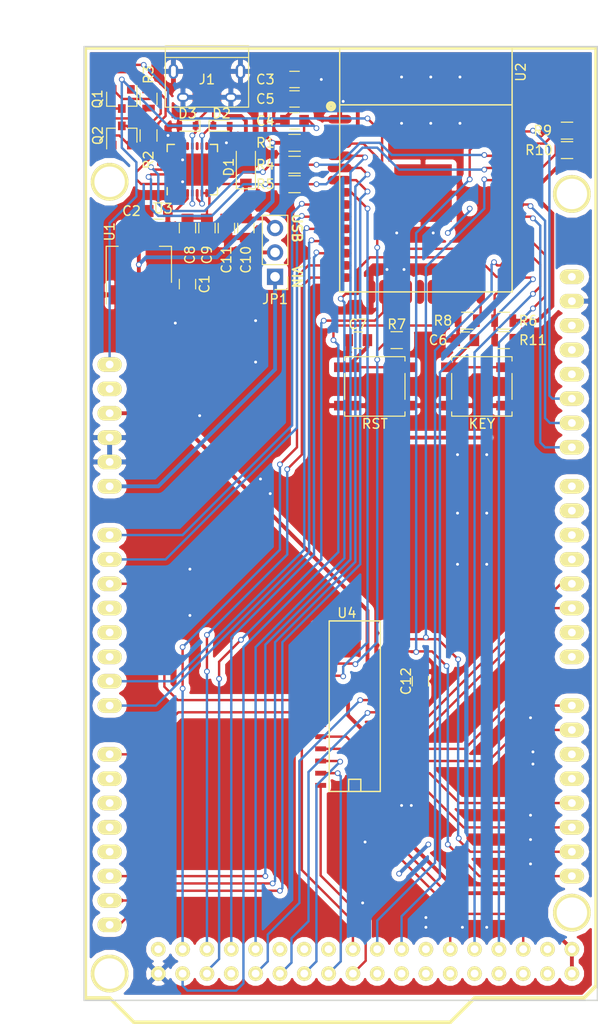
<source format=kicad_pcb>
(kicad_pcb (version 4) (host pcbnew 4.0.7)
  (layers (0 F.Cu signal) (31 B.Cu signal) (34 B.Paste user) (35 F.Paste user) (36 B.SilkS user) (37 F.SilkS user) (38 B.Mask user) (39 F.Mask user) (44 Edge.Cuts user))
  (net 0 "")
  (net 1 "Net-(C1-Pad1)")
  (net 2 GND)
  (net 3 VCC)
  (net 4 /EN)
  (net 5 "Net-(C6-Pad1)")
  (net 6 "Net-(C7-Pad1)")
  (net 7 "Net-(C8-Pad1)")
  (net 8 /EXT_5V)
  (net 9 "Net-(D1-Pad2)")
  (net 10 /USB_DN)
  (net 11 /USB_DP)
  (net 12 "Net-(J1-Pad4)")
  (net 13 /V_IN)
  (net 14 "Net-(Q1-Pad2)")
  (net 15 /RTS)
  (net 16 "Net-(Q2-Pad2)")
  (net 17 /DTR)
  (net 18 /RXD)
  (net 19 /TX0)
  (net 20 /TXD)
  (net 21 /RX0)
  (net 22 /ZSTEP)
  (net 23 /SCL)
  (net 24 /SDA)
  (net 25 /YMIN)
  (net 26 /YMAX)
  (net 27 "Net-(SHIELD1-Pad16)")
  (net 28 "Net-(SHIELD1-Pad17)")
  (net 29 /ZMIN)
  (net 30 /ZMAX)
  (net 31 /THERM2)
  (net 32 /THERM1)
  (net 33 /THERM0)
  (net 34 "Net-(SHIELD1-PadAD12)")
  (net 35 /ZEN)
  (net 36 /YDIR)
  (net 37 /YSTEP)
  (net 38 "Net-(SHIELD1-PadAD9)")
  (net 39 "Net-(SHIELD1-PadAD10)")
  (net 40 "Net-(SHIELD1-PadAD11)")
  (net 41 "Net-(SHIELD1-PadAD5)")
  (net 42 "Net-(SHIELD1-PadAD4)")
  (net 43 "Net-(SHIELD1-PadAD3)")
  (net 44 /XSTEP)
  (net 45 /XDIR)
  (net 46 /YEN)
  (net 47 "Net-(SHIELD1-Pad3V3)")
  (net 48 "Net-(SHIELD1-Pad0)")
  (net 49 "Net-(SHIELD1-Pad1)")
  (net 50 /XMAX)
  (net 51 /XMIN)
  (net 52 "Net-(SHIELD1-Pad4)")
  (net 53 "Net-(SHIELD1-Pad5)")
  (net 54 "Net-(SHIELD1-Pad6)")
  (net 55 "Net-(SHIELD1-Pad7)")
  (net 56 /MOS2)
  (net 57 /MOS1)
  (net 58 /MOS0)
  (net 59 "Net-(SHIELD1-Pad11)")
  (net 60 "Net-(SHIELD1-Pad12)")
  (net 61 "Net-(SHIELD1-Pad13)")
  (net 62 "Net-(SHIELD1-PadAREF)")
  (net 63 "Net-(SHIELD1-Pad22)")
  (net 64 "Net-(SHIELD1-Pad23)")
  (net 65 /E0EN)
  (net 66 "Net-(SHIELD1-Pad25)")
  (net 67 /E0STEP)
  (net 68 "Net-(SHIELD1-Pad27)")
  (net 69 /E0DIR)
  (net 70 "Net-(SHIELD1-Pad29)")
  (net 71 "Net-(SHIELD1-Pad31)")
  (net 72 /E1EN)
  (net 73 "Net-(SHIELD1-Pad32)")
  (net 74 "Net-(SHIELD1-Pad33)")
  (net 75 /E1DIR)
  (net 76 "Net-(SHIELD1-Pad35)")
  (net 77 /E1STEP)
  (net 78 "Net-(SHIELD1-Pad37)")
  (net 79 /XEN)
  (net 80 /X5)
  (net 81 "Net-(SHIELD1-Pad40)")
  (net 82 /X6)
  (net 83 "Net-(SHIELD1-Pad42)")
  (net 84 /X7)
  (net 85 "Net-(SHIELD1-Pad44)")
  (net 86 /X14)
  (net 87 /X15)
  (net 88 /IO23)
  (net 89 /MISO)
  (net 90 /MOSI)
  (net 91 /SCK)
  (net 92 /SS)
  (net 93 "Net-(SHIELD1-PadGND4)")
  (net 94 "Net-(U2-Pad32)")
  (net 95 "Net-(U2-Pad22)")
  (net 96 "Net-(U2-Pad21)")
  (net 97 "Net-(U2-Pad20)")
  (net 98 "Net-(U2-Pad19)")
  (net 99 "Net-(U2-Pad18)")
  (net 100 "Net-(U2-Pad17)")
  (net 101 /XINTB)
  (net 102 /DCD)
  (net 103 /RI)
  (net 104 "Net-(U3-Pad9)")
  (net 105 "Net-(U3-Pad10)")
  (net 106 "Net-(U3-Pad11)")
  (net 107 "Net-(U3-Pad12)")
  (net 108 "Net-(U3-Pad13)")
  (net 109 "Net-(U3-Pad14)")
  (net 110 "Net-(U3-Pad15)")
  (net 111 "Net-(U3-Pad16)")
  (net 112 "Net-(U3-Pad17)")
  (net 113 "Net-(U3-Pad18)")
  (net 114 "Net-(U3-Pad19)")
  (net 115 "Net-(U3-Pad20)")
  (net 116 "Net-(U3-Pad21)")
  (net 117 "Net-(U3-Pad22)")
  (net 118 "Net-(U3-Pad23)")
  (net 119 "Net-(U4-Pad20)")
  (net 120 "Net-(U3-Pad27)")
  (net 121 /ZDIR)
  (net 122 "Net-(U2-Pad29)")
  (module "arduino_shields:ARDUINO MEGA SHIELD" (layer F.Cu) (at 182.88 50.8 270)
    (fp_text reference SHIELD1 hide)
    (fp_text value ARDUINO_MEGA_SHIELD hide)
    (pad 14 thru_hole oval (at 68.58 -50.8) (size 2.54 1.524) (drill 0.8128) (layers *.Cu *.Mask F.SilkS) (net 25 /YMIN))
    (pad 15 thru_hole oval (at 71.12 -50.8) (size 2.54 1.524) (drill 0.8128) (layers *.Cu *.Mask F.SilkS) (net 26 /YMAX))
    (pad 16 thru_hole oval (at 73.66 -50.8) (size 2.54 1.524) (drill 0.8128) (layers *.Cu *.Mask F.SilkS) (net 27 "Net-(SHIELD1-Pad16)"))
    (pad 17 thru_hole oval (at 76.2 -50.8) (size 2.54 1.524) (drill 0.8128) (layers *.Cu *.Mask F.SilkS) (net 28 "Net-(SHIELD1-Pad17)"))
    (pad 18 thru_hole oval (at 78.74 -50.8) (size 2.54 1.524) (drill 0.8128) (layers *.Cu *.Mask F.SilkS) (net 29 /ZMIN))
    (pad 19 thru_hole oval (at 81.28 -50.8) (size 2.54 1.524) (drill 0.8128) (layers *.Cu *.Mask F.SilkS) (net 30 /ZMAX))
    (pad 20 thru_hole oval (at 83.82 -50.8) (size 2.54 1.524) (drill 0.8128) (layers *.Cu *.Mask F.SilkS) (net 24 /SDA))
    (pad 21 thru_hole oval (at 86.36 -50.8) (size 2.54 1.524) (drill 0.8128) (layers *.Cu *.Mask F.SilkS) (net 23 /SCL))
    (pad AD15 thru_hole oval (at 91.44 -2.54) (size 2.54 1.524) (drill 0.8128) (layers *.Cu *.Mask F.SilkS) (net 31 /THERM2))
    (pad AD14 thru_hole oval (at 88.9 -2.54) (size 2.54 1.524) (drill 0.8128) (layers *.Cu *.Mask F.SilkS) (net 32 /THERM1))
    (pad AD13 thru_hole oval (at 86.36 -2.54) (size 2.54 1.524) (drill 0.8128) (layers *.Cu *.Mask F.SilkS) (net 33 /THERM0))
    (pad AD12 thru_hole oval (at 83.82 -2.54) (size 2.54 1.524) (drill 0.8128) (layers *.Cu *.Mask F.SilkS) (net 34 "Net-(SHIELD1-PadAD12)"))
    (pad AD8 thru_hole oval (at 73.66 -2.54) (size 2.54 1.524) (drill 0.8128) (layers *.Cu *.Mask F.SilkS) (net 35 /ZEN))
    (pad AD7 thru_hole oval (at 68.58 -2.54) (size 2.54 1.524) (drill 0.8128) (layers *.Cu *.Mask F.SilkS) (net 36 /YDIR))
    (pad AD6 thru_hole oval (at 66.04 -2.54) (size 2.54 1.524) (drill 0.8128) (layers *.Cu *.Mask F.SilkS) (net 37 /YSTEP))
    (pad AD9 thru_hole oval (at 76.2 -2.54) (size 2.54 1.524) (drill 0.8128) (layers *.Cu *.Mask F.SilkS) (net 38 "Net-(SHIELD1-PadAD9)"))
    (pad AD10 thru_hole oval (at 78.74 -2.54) (size 2.54 1.524) (drill 0.8128) (layers *.Cu *.Mask F.SilkS) (net 39 "Net-(SHIELD1-PadAD10)"))
    (pad AD11 thru_hole oval (at 81.28 -2.54) (size 2.54 1.524) (drill 0.8128) (layers *.Cu *.Mask F.SilkS) (net 40 "Net-(SHIELD1-PadAD11)"))
    (pad AD5 thru_hole oval (at 63.5 -2.54) (size 2.54 1.524) (drill 0.8128) (layers *.Cu *.Mask F.SilkS) (net 41 "Net-(SHIELD1-PadAD5)"))
    (pad AD4 thru_hole oval (at 60.96 -2.54) (size 2.54 1.524) (drill 0.8128) (layers *.Cu *.Mask F.SilkS) (net 42 "Net-(SHIELD1-PadAD4)"))
    (pad AD3 thru_hole oval (at 58.42 -2.54) (size 2.54 1.524) (drill 0.8128) (layers *.Cu *.Mask F.SilkS) (net 43 "Net-(SHIELD1-PadAD3)"))
    (pad AD0 thru_hole oval (at 50.8 -2.54) (size 2.54 1.524) (drill 0.8128) (layers *.Cu *.Mask F.SilkS) (net 44 /XSTEP))
    (pad AD1 thru_hole oval (at 53.34 -2.54) (size 2.54 1.524) (drill 0.8128) (layers *.Cu *.Mask F.SilkS) (net 45 /XDIR))
    (pad AD2 thru_hole oval (at 55.88 -2.54) (size 2.54 1.524) (drill 0.8128) (layers *.Cu *.Mask F.SilkS) (net 46 /YEN))
    (pad V_IN thru_hole oval (at 45.72 -2.54) (size 2.54 1.524) (drill 0.8128) (layers *.Cu *.Mask F.SilkS) (net 13 /V_IN))
    (pad GND2 thru_hole oval (at 43.18 -2.54) (size 2.54 1.524) (drill 0.8128) (layers *.Cu *.Mask F.SilkS) (net 2 GND))
    (pad GND1 thru_hole oval (at 40.64 -2.54) (size 2.54 1.524) (drill 0.8128) (layers *.Cu *.Mask F.SilkS) (net 2 GND))
    (pad 3V3 thru_hole oval (at 35.56 -2.54) (size 2.54 1.524) (drill 0.8128) (layers *.Cu *.Mask F.SilkS) (net 47 "Net-(SHIELD1-Pad3V3)"))
    (pad RST thru_hole oval (at 33.02 -2.54) (size 2.54 1.524) (drill 0.8128) (layers *.Cu *.Mask F.SilkS) (net 4 /EN))
    (pad 0 thru_hole oval (at 63.5 -50.8) (size 2.54 1.524) (drill 0.8128) (layers *.Cu *.Mask F.SilkS) (net 48 "Net-(SHIELD1-Pad0)"))
    (pad 1 thru_hole oval (at 60.96 -50.8) (size 2.54 1.524) (drill 0.8128) (layers *.Cu *.Mask F.SilkS) (net 49 "Net-(SHIELD1-Pad1)"))
    (pad 2 thru_hole oval (at 58.42 -50.8) (size 2.54 1.524) (drill 0.8128) (layers *.Cu *.Mask F.SilkS) (net 50 /XMAX))
    (pad 3 thru_hole oval (at 55.88 -50.8) (size 2.54 1.524) (drill 0.8128) (layers *.Cu *.Mask F.SilkS) (net 51 /XMIN))
    (pad 4 thru_hole oval (at 53.34 -50.8) (size 2.54 1.524) (drill 0.8128) (layers *.Cu *.Mask F.SilkS) (net 52 "Net-(SHIELD1-Pad4)"))
    (pad 5 thru_hole oval (at 50.8 -50.8) (size 2.54 1.524) (drill 0.8128) (layers *.Cu *.Mask F.SilkS) (net 53 "Net-(SHIELD1-Pad5)"))
    (pad 6 thru_hole oval (at 48.26 -50.8) (size 2.54 1.524) (drill 0.8128) (layers *.Cu *.Mask F.SilkS) (net 54 "Net-(SHIELD1-Pad6)"))
    (pad 7 thru_hole oval (at 45.72 -50.8) (size 2.54 1.524) (drill 0.8128) (layers *.Cu *.Mask F.SilkS) (net 55 "Net-(SHIELD1-Pad7)"))
    (pad 8 thru_hole oval (at 41.656 -50.8) (size 2.54 1.524) (drill 0.8128) (layers *.Cu *.Mask F.SilkS) (net 56 /MOS2))
    (pad 9 thru_hole oval (at 39.116 -50.8) (size 2.54 1.524) (drill 0.8128) (layers *.Cu *.Mask F.SilkS) (net 57 /MOS1))
    (pad 10 thru_hole oval (at 36.576 -50.8) (size 2.54 1.524) (drill 0.8128) (layers *.Cu *.Mask F.SilkS) (net 58 /MOS0))
    (pad 11 thru_hole oval (at 34.036 -50.8) (size 2.54 1.524) (drill 0.8128) (layers *.Cu *.Mask F.SilkS) (net 59 "Net-(SHIELD1-Pad11)"))
    (pad 12 thru_hole oval (at 31.496 -50.8) (size 2.54 1.524) (drill 0.8128) (layers *.Cu *.Mask F.SilkS) (net 60 "Net-(SHIELD1-Pad12)"))
    (pad 13 thru_hole oval (at 28.956 -50.8) (size 2.54 1.524) (drill 0.8128) (layers *.Cu *.Mask F.SilkS) (net 61 "Net-(SHIELD1-Pad13)"))
    (pad GND3 thru_hole oval (at 26.416 -50.8) (size 2.54 1.524) (drill 0.8128) (layers *.Cu *.Mask F.SilkS) (net 2 GND))
    (pad AREF thru_hole oval (at 23.876 -50.8) (size 2.54 1.524) (drill 0.8128) (layers *.Cu *.Mask F.SilkS) (net 62 "Net-(SHIELD1-PadAREF)"))
    (pad 5V thru_hole oval (at 38.1 -2.54) (size 2.54 1.524) (drill 0.8128) (layers *.Cu *.Mask F.SilkS) (net 3 VCC))
    (pad "" thru_hole circle (at 96.52 -2.54) (size 3.937 3.937) (drill 3.175) (layers *.Cu *.Mask F.SilkS))
    (pad "" thru_hole circle (at 90.17 -50.8) (size 3.937 3.937) (drill 3.175) (layers *.Cu *.Mask F.SilkS))
    (pad "" thru_hole circle (at 15.24 -50.8) (size 3.937 3.937) (drill 3.175) (layers *.Cu *.Mask F.SilkS))
    (pad "" thru_hole circle (at 13.97 -2.54) (size 3.937 3.937) (drill 3.175) (layers *.Cu *.Mask F.SilkS))
    (pad 22 thru_hole circle (at 93.98 -48.26 270) (size 1.524 1.524) (drill 0.8128) (layers *.Cu *.Mask F.SilkS) (net 63 "Net-(SHIELD1-Pad22)"))
    (pad 23 thru_hole circle (at 96.52 -48.26 270) (size 1.524 1.524) (drill 0.8128) (layers *.Cu *.Mask F.SilkS) (net 64 "Net-(SHIELD1-Pad23)"))
    (pad 24 thru_hole circle (at 93.98 -45.72 270) (size 1.524 1.524) (drill 0.8128) (layers *.Cu *.Mask F.SilkS) (net 65 /E0EN))
    (pad 25 thru_hole circle (at 96.52 -45.72 270) (size 1.524 1.524) (drill 0.8128) (layers *.Cu *.Mask F.SilkS) (net 66 "Net-(SHIELD1-Pad25)"))
    (pad 26 thru_hole circle (at 93.98 -43.18 270) (size 1.524 1.524) (drill 0.8128) (layers *.Cu *.Mask F.SilkS) (net 67 /E0STEP))
    (pad 27 thru_hole circle (at 96.52 -43.18 270) (size 1.524 1.524) (drill 0.8128) (layers *.Cu *.Mask F.SilkS) (net 68 "Net-(SHIELD1-Pad27)"))
    (pad 28 thru_hole circle (at 93.98 -40.64 270) (size 1.524 1.524) (drill 0.8128) (layers *.Cu *.Mask F.SilkS) (net 69 /E0DIR))
    (pad 29 thru_hole circle (at 96.52 -40.64 270) (size 1.524 1.524) (drill 0.8128) (layers *.Cu *.Mask F.SilkS) (net 70 "Net-(SHIELD1-Pad29)"))
    (pad 5V_4 thru_hole circle (at 93.98 -50.8 270) (size 1.524 1.524) (drill 0.8128) (layers *.Cu *.Mask F.SilkS) (net 3 VCC))
    (pad 5V_5 thru_hole circle (at 96.52 -50.8 270) (size 1.524 1.524) (drill 0.8128) (layers *.Cu *.Mask F.SilkS) (net 3 VCC))
    (pad 31 thru_hole circle (at 96.52 -38.1 270) (size 1.524 1.524) (drill 0.8128) (layers *.Cu *.Mask F.SilkS) (net 71 "Net-(SHIELD1-Pad31)"))
    (pad 30 thru_hole circle (at 93.98 -38.1 270) (size 1.524 1.524) (drill 0.8128) (layers *.Cu *.Mask F.SilkS) (net 72 /E1EN))
    (pad 32 thru_hole circle (at 93.98 -35.56 270) (size 1.524 1.524) (drill 0.8128) (layers *.Cu *.Mask F.SilkS) (net 73 "Net-(SHIELD1-Pad32)"))
    (pad 33 thru_hole circle (at 96.52 -35.56 270) (size 1.524 1.524) (drill 0.8128) (layers *.Cu *.Mask F.SilkS) (net 74 "Net-(SHIELD1-Pad33)"))
    (pad 34 thru_hole circle (at 93.98 -33.02 270) (size 1.524 1.524) (drill 0.8128) (layers *.Cu *.Mask F.SilkS) (net 75 /E1DIR))
    (pad 35 thru_hole circle (at 96.52 -33.02 270) (size 1.524 1.524) (drill 0.8128) (layers *.Cu *.Mask F.SilkS) (net 76 "Net-(SHIELD1-Pad35)"))
    (pad 36 thru_hole circle (at 93.98 -30.48 270) (size 1.524 1.524) (drill 0.8128) (layers *.Cu *.Mask F.SilkS) (net 77 /E1STEP))
    (pad 37 thru_hole circle (at 96.52 -30.48 270) (size 1.524 1.524) (drill 0.8128) (layers *.Cu *.Mask F.SilkS) (net 78 "Net-(SHIELD1-Pad37)"))
    (pad 38 thru_hole circle (at 93.98 -27.94 270) (size 1.524 1.524) (drill 0.8128) (layers *.Cu *.Mask F.SilkS) (net 79 /XEN))
    (pad 39 thru_hole circle (at 96.52 -27.94 270) (size 1.524 1.524) (drill 0.8128) (layers *.Cu *.Mask F.SilkS) (net 84 /X7))
    (pad 40 thru_hole circle (at 93.98 -25.4 270) (size 1.524 1.524) (drill 0.8128) (layers *.Cu *.Mask F.SilkS) (net 81 "Net-(SHIELD1-Pad40)"))
    (pad 41 thru_hole circle (at 96.52 -25.4 270) (size 1.524 1.524) (drill 0.8128) (layers *.Cu *.Mask F.SilkS) (net 82 /X6))
    (pad 42 thru_hole circle (at 93.98 -22.86 270) (size 1.524 1.524) (drill 0.8128) (layers *.Cu *.Mask F.SilkS) (net 83 "Net-(SHIELD1-Pad42)"))
    (pad 43 thru_hole circle (at 96.52 -22.86 270) (size 1.524 1.524) (drill 0.8128) (layers *.Cu *.Mask F.SilkS) (net 80 /X5))
    (pad 44 thru_hole circle (at 93.98 -20.32 270) (size 1.524 1.524) (drill 0.8128) (layers *.Cu *.Mask F.SilkS) (net 85 "Net-(SHIELD1-Pad44)"))
    (pad 45 thru_hole circle (at 96.52 -20.32 270) (size 1.524 1.524) (drill 0.8128) (layers *.Cu *.Mask F.SilkS) (net 86 /X14))
    (pad 46 thru_hole circle (at 93.98 -17.78 270) (size 1.524 1.524) (drill 0.8128) (layers *.Cu *.Mask F.SilkS) (net 121 /ZDIR))
    (pad 47 thru_hole circle (at 96.52 -17.78 270) (size 1.524 1.524) (drill 0.8128) (layers *.Cu *.Mask F.SilkS) (net 87 /X15))
    (pad 48 thru_hole circle (at 93.98 -15.24 270) (size 1.524 1.524) (drill 0.8128) (layers *.Cu *.Mask F.SilkS) (net 22 /ZSTEP))
    (pad 49 thru_hole circle (at 96.52 -15.24 270) (size 1.524 1.524) (drill 0.8128) (layers *.Cu *.Mask F.SilkS) (net 88 /IO23))
    (pad 50 thru_hole circle (at 93.98 -12.7 270) (size 1.524 1.524) (drill 0.8128) (layers *.Cu *.Mask F.SilkS) (net 89 /MISO))
    (pad 51 thru_hole circle (at 96.52 -12.7 270) (size 1.524 1.524) (drill 0.8128) (layers *.Cu *.Mask F.SilkS) (net 90 /MOSI))
    (pad 52 thru_hole circle (at 93.98 -10.16 270) (size 1.524 1.524) (drill 0.8128) (layers *.Cu *.Mask F.SilkS) (net 91 /SCK))
    (pad 53 thru_hole circle (at 96.52 -10.16 270) (size 1.524 1.524) (drill 0.8128) (layers *.Cu *.Mask F.SilkS) (net 92 /SS))
    (pad GND4 thru_hole circle (at 93.98 -7.62 270) (size 1.524 1.524) (drill 0.8128) (layers *.Cu *.Mask F.SilkS) (net 93 "Net-(SHIELD1-PadGND4)"))
    (pad GND5 thru_hole circle (at 96.52 -7.62 270) (size 1.524 1.524) (drill 0.8128) (layers *.Cu *.Mask F.SilkS) (net 2 GND))
  )
  (module ESP32-footprints-Lib:ESP32-WROOM (layer F.Cu) (at 218.44 63.5 180)
    (fp_text reference U2 (at -9.906 10.16 270) (layer F.SilkS))
    (fp_text value ESP32-WROOM)
    (pad 38 smd oval (at -9 5.25 180) (size 2.5 0.9) (layers F.Cu F.Paste F.Mask) (net 2 GND))
    (pad 37 smd oval (at -9 3.98 180) (size 2.5 0.9) (layers F.Cu F.Paste F.Mask) (net 58 /MOS0))
    (pad 36 smd oval (at -9 2.71 180) (size 2.5 0.9) (layers F.Cu F.Paste F.Mask) (net 23 /SCL))
    (pad 35 smd oval (at -9 1.44 180) (size 2.5 0.9) (layers F.Cu F.Paste F.Mask) (net 19 /TX0))
    (pad 34 smd oval (at -9 0.17 180) (size 2.5 0.9) (layers F.Cu F.Paste F.Mask) (net 21 /RX0))
    (pad 33 smd oval (at -9 -1.1 180) (size 2.5 0.9) (layers F.Cu F.Paste F.Mask) (net 24 /SDA))
    (pad 32 smd oval (at -9 -2.37 180) (size 2.5 0.9) (layers F.Cu F.Paste F.Mask) (net 94 "Net-(U2-Pad32)"))
    (pad 31 smd oval (at -9 -3.64 180) (size 2.5 0.9) (layers F.Cu F.Paste F.Mask) (net 57 /MOS1))
    (pad 30 smd oval (at -9 -4.91 180) (size 2.5 0.9) (layers F.Cu F.Paste F.Mask) (net 56 /MOS2))
    (pad 29 smd oval (at -9 -6.18 180) (size 2.5 0.9) (layers F.Cu F.Paste F.Mask) (net 122 "Net-(U2-Pad29)"))
    (pad 28 smd oval (at -9 -7.45 180) (size 2.5 0.9) (layers F.Cu F.Paste F.Mask) (net 67 /E0STEP))
    (pad 27 smd oval (at -9 -8.72 180) (size 2.5 0.9) (layers F.Cu F.Paste F.Mask) (net 69 /E0DIR))
    (pad 26 smd oval (at -9 -9.99 180) (size 2.5 0.9) (layers F.Cu F.Paste F.Mask) (net 77 /E1STEP))
    (pad 25 smd oval (at -9 -11.26 180) (size 2.5 0.9) (layers F.Cu F.Paste F.Mask) (net 75 /E1DIR))
    (pad 24 smd oval (at -5.715 -12.75 180) (size 0.9 2.5) (layers F.Cu F.Paste F.Mask) (net 121 /ZDIR))
    (pad 23 smd oval (at -4.445 -12.75 180) (size 0.9 2.5) (layers F.Cu F.Paste F.Mask) (net 92 /SS))
    (pad 22 smd oval (at -3.175 -12.75 180) (size 0.9 2.5) (layers F.Cu F.Paste F.Mask) (net 95 "Net-(U2-Pad22)"))
    (pad 21 smd oval (at -1.905 -12.75 180) (size 0.9 2.5) (layers F.Cu F.Paste F.Mask) (net 96 "Net-(U2-Pad21)"))
    (pad 20 smd oval (at -0.635 -12.75 180) (size 0.9 2.5) (layers F.Cu F.Paste F.Mask) (net 97 "Net-(U2-Pad20)"))
    (pad 19 smd oval (at 0.635 -12.75 180) (size 0.9 2.5) (layers F.Cu F.Paste F.Mask) (net 98 "Net-(U2-Pad19)"))
    (pad 18 smd oval (at 1.905 -12.75 180) (size 0.9 2.5) (layers F.Cu F.Paste F.Mask) (net 99 "Net-(U2-Pad18)"))
    (pad 17 smd oval (at 3.175 -12.75 180) (size 0.9 2.5) (layers F.Cu F.Paste F.Mask) (net 100 "Net-(U2-Pad17)"))
    (pad 16 smd oval (at 4.445 -12.75 180) (size 0.9 2.5) (layers F.Cu F.Paste F.Mask) (net 90 /MOSI))
    (pad 15 smd oval (at 5.715 -12.75 180) (size 0.9 2.5) (layers F.Cu F.Paste F.Mask) (net 2 GND))
    (pad 14 smd oval (at 9 -11.26 180) (size 2.5 0.9) (layers F.Cu F.Paste F.Mask) (net 89 /MISO))
    (pad 13 smd oval (at 9 -9.99 180) (size 2.5 0.9) (layers F.Cu F.Paste F.Mask) (net 91 /SCK))
    (pad 12 smd oval (at 9 -8.72 180) (size 2.5 0.9) (layers F.Cu F.Paste F.Mask) (net 22 /ZSTEP))
    (pad 11 smd oval (at 9 -7.45 180) (size 2.5 0.9) (layers F.Cu F.Paste F.Mask) (net 36 /YDIR))
    (pad 10 smd oval (at 9 -6.18 180) (size 2.5 0.9) (layers F.Cu F.Paste F.Mask) (net 37 /YSTEP))
    (pad 9 smd oval (at 9 -4.91 180) (size 2.5 0.9) (layers F.Cu F.Paste F.Mask) (net 45 /XDIR))
    (pad 8 smd oval (at 9 -3.64 180) (size 2.5 0.9) (layers F.Cu F.Paste F.Mask) (net 44 /XSTEP))
    (pad 7 smd oval (at 9 -2.37 180) (size 2.5 0.9) (layers F.Cu F.Paste F.Mask) (net 101 /XINTB))
    (pad 6 smd oval (at 9 -1.1 180) (size 2.5 0.9) (layers F.Cu F.Paste F.Mask) (net 31 /THERM2))
    (pad 5 smd oval (at 9 0.17 180) (size 2.5 0.9) (layers F.Cu F.Paste F.Mask) (net 32 /THERM1))
    (pad 4 smd oval (at 9 1.44 180) (size 2.5 0.9) (layers F.Cu F.Paste F.Mask) (net 33 /THERM0))
    (pad 3 smd oval (at 9 2.71 180) (size 2.5 0.9) (layers F.Cu F.Paste F.Mask) (net 4 /EN))
    (pad 2 smd oval (at 9 3.98 180) (size 2.5 0.9) (layers F.Cu F.Paste F.Mask) (net 3 VCC))
    (pad 1 smd oval (at 9 5.25 180) (size 2.5 0.9) (layers F.Cu F.Paste F.Mask) (net 2 GND))
    (pad 39 smd rect (at 0.3 -2.45 180) (size 6 6) (layers F.Cu F.Paste F.Mask) (net 2 GND))
  )
  (module Misc:VIA-0.6mm (layer F.Cu) (at 224.79 104.648)
    (fp_text reference REF** hide)
    (fp_text value VIA-0.6mm hide)
    (pad 1 thru_hole circle (at 0 0) (size 0.6 0.6) (drill 0.3) (layers *.Cu) (net 2 GND))
  )
  (module Misc:VIA-0.6mm (layer F.Cu) (at 224.79 99.314)
    (fp_text reference REF** hide)
    (fp_text value VIA-0.6mm hide)
    (pad 1 thru_hole circle (at 0 0) (size 0.6 0.6) (drill 0.3) (layers *.Cu) (net 2 GND))
  )
  (module Misc:VIA-0.6mm (layer F.Cu) (at 224.79 93.218)
    (fp_text reference REF** hide)
    (fp_text value VIA-0.6mm hide)
    (pad 1 thru_hole circle (at 0 0) (size 0.6 0.6) (drill 0.3) (layers *.Cu) (net 2 GND))
  )
  (module Misc:VIA-0.6mm (layer F.Cu) (at 224.79 142.494)
    (fp_text reference REF** hide)
    (fp_text value VIA-0.6mm hide)
    (pad 1 thru_hole circle (at 0 0) (size 0.6 0.6) (drill 0.3) (layers *.Cu) (net 2 GND))
  )
  (module Misc:VIA-0.6mm (layer F.Cu) (at 222.25 142.494)
    (fp_text reference REF** hide)
    (fp_text value VIA-0.6mm hide)
    (pad 1 thru_hole circle (at 0 0) (size 0.6 0.6) (drill 0.3) (layers *.Cu) (net 2 GND))
  )
  (module Misc:VIA-0.6mm (layer F.Cu) (at 229.362 120.65)
    (fp_text reference REF** hide)
    (fp_text value VIA-0.6mm hide)
    (pad 1 thru_hole circle (at 0 0) (size 0.6 0.6) (drill 0.3) (layers *.Cu) (net 2 GND))
  )
  (module Misc:VIA-0.6mm (layer F.Cu) (at 229.362 135.89)
    (fp_text reference REF** hide)
    (fp_text value VIA-0.6mm hide)
    (pad 1 thru_hole circle (at 0 0) (size 0.6 0.6) (drill 0.3) (layers *.Cu) (net 2 GND))
  )
  (module Misc:VIA-0.6mm (layer F.Cu) (at 229.362 133.35)
    (fp_text reference REF** hide)
    (fp_text value VIA-0.6mm hide)
    (pad 1 thru_hole circle (at 0 0) (size 0.6 0.6) (drill 0.3) (layers *.Cu) (net 2 GND))
  )
  (module Misc:VIA-0.6mm (layer F.Cu) (at 229.362 130.81)
    (fp_text reference REF** hide)
    (fp_text value VIA-0.6mm hide)
    (pad 1 thru_hole circle (at 0 0) (size 0.6 0.6) (drill 0.3) (layers *.Cu) (net 2 GND))
  )
  (module Misc:VIA-0.6mm (layer F.Cu) (at 229.616 125.476)
    (fp_text reference REF** hide)
    (fp_text value VIA-0.6mm hide)
    (pad 1 thru_hole circle (at 0 0) (size 0.6 0.6) (drill 0.3) (layers *.Cu) (net 2 GND))
  )
  (module Misc:VIA-0.6mm (layer F.Cu) (at 229.616 124.206)
    (fp_text reference REF** hide)
    (fp_text value VIA-0.6mm hide)
    (pad 1 thru_hole circle (at 0 0) (size 0.6 0.6) (drill 0.3) (layers *.Cu) (net 2 GND))
  )
  (module Misc:VIA-0.6mm (layer F.Cu) (at 216.916 129.794)
    (fp_text reference REF** hide)
    (fp_text value VIA-0.6mm hide)
    (pad 1 thru_hole circle (at 0 0) (size 0.6 0.6) (drill 0.3) (layers *.Cu) (net 2 GND))
  )
  (module Misc:VIA-0.6mm (layer F.Cu) (at 215.9 129.794)
    (fp_text reference REF** hide)
    (fp_text value VIA-0.6mm hide)
    (pad 1 thru_hole circle (at 0 0) (size 0.6 0.6) (drill 0.3) (layers *.Cu) (net 2 GND))
  )
  (module Misc:VIA-0.6mm (layer F.Cu) (at 193.04 64.77)
    (fp_text reference REF** hide)
    (fp_text value VIA-0.6mm hide)
    (pad 1 thru_hole circle (at 0 0) (size 0.6 0.6) (drill 0.3) (layers *.Cu) (net 2 GND))
  )
  (module Misc:VIA-0.6mm (layer F.Cu) (at 193.04 62.484)
    (fp_text reference REF** hide)
    (fp_text value VIA-0.6mm hide)
    (pad 1 thru_hole circle (at 0 0) (size 0.6 0.6) (drill 0.3) (layers *.Cu) (net 2 GND))
  )
  (module Misc:VIA-0.6mm (layer F.Cu) (at 191.516 59.944)
    (fp_text reference REF** hide)
    (fp_text value VIA-0.6mm hide)
    (pad 1 thru_hole circle (at 0 0) (size 0.6 0.6) (drill 0.3) (layers *.Cu) (net 2 GND))
  )
  (module Misc:VIA-0.6mm (layer F.Cu) (at 209.804 56.388)
    (fp_text reference REF** hide)
    (fp_text value VIA-0.6mm hide)
    (pad 1 thru_hole circle (at 0 0) (size 0.6 0.6) (drill 0.3) (layers *.Cu) (net 2 GND))
  )
  (module Misc:VIA-0.6mm (layer F.Cu) (at 207.518 54.102)
    (fp_text reference REF** hide)
    (fp_text value VIA-0.6mm hide)
    (pad 1 thru_hole circle (at 0 0) (size 0.6 0.6) (drill 0.3) (layers *.Cu) (net 2 GND))
  )
  (module Misc:VIA-0.6mm (layer F.Cu) (at 221.996 53.848)
    (fp_text reference REF** hide)
    (fp_text value VIA-0.6mm hide)
    (pad 1 thru_hole circle (at 0 0) (size 0.6 0.6) (drill 0.3) (layers *.Cu) (net 2 GND))
  )
  (module Misc:VIA-0.6mm (layer F.Cu) (at 218.948 53.848)
    (fp_text reference REF** hide)
    (fp_text value VIA-0.6mm hide)
    (pad 1 thru_hole circle (at 0 0) (size 0.6 0.6) (drill 0.3) (layers *.Cu) (net 2 GND))
  )
  (module Misc:VIA-0.6mm (layer F.Cu) (at 215.9 53.848)
    (fp_text reference REF** hide)
    (fp_text value VIA-0.6mm hide)
    (pad 1 thru_hole circle (at 0 0) (size 0.6 0.6) (drill 0.3) (layers *.Cu) (net 2 GND))
  )
  (module Misc:VIA-0.6mm (layer F.Cu) (at 197.612 60.706)
    (fp_text reference REF** hide)
    (fp_text value VIA-0.6mm hide)
    (pad 1 thru_hole circle (at 0 0) (size 0.6 0.6) (drill 0.3) (layers *.Cu) (net 2 GND))
  )
  (module Misc:VIA-0.6mm (layer F.Cu) (at 218.44 142.494)
    (fp_text reference REF** hide)
    (fp_text value VIA-0.6mm hide)
    (pad 1 thru_hole circle (at 0 0) (size 0.6 0.6) (drill 0.3) (layers *.Cu) (net 2 GND))
  )
  (module Misc:VIA-0.6mm (layer F.Cu) (at 218.44 141.478)
    (fp_text reference REF** hide)
    (fp_text value VIA-0.6mm hide)
    (pad 1 thru_hole circle (at 0 0) (size 0.6 0.6) (drill 0.3) (layers *.Cu) (net 2 GND))
  )
  (module Misc:VIA-0.6mm (layer F.Cu) (at 211.836 139.954)
    (fp_text reference REF** hide)
    (fp_text value VIA-0.6mm hide)
    (pad 1 thru_hole circle (at 0 0) (size 0.6 0.6) (drill 0.3) (layers *.Cu) (net 2 GND))
  )
  (module Misc:VIA-0.6mm (layer F.Cu) (at 212.09 133.604)
    (fp_text reference REF** hide)
    (fp_text value VIA-0.6mm hide)
    (pad 1 thru_hole circle (at 0 0) (size 0.6 0.6) (drill 0.3) (layers *.Cu) (net 2 GND))
  )
  (module Misc:VIA-0.6mm (layer F.Cu) (at 221.742 104.648)
    (fp_text reference REF** hide)
    (fp_text value VIA-0.6mm hide)
    (pad 1 thru_hole circle (at 0 0) (size 0.6 0.6) (drill 0.3) (layers *.Cu) (net 2 GND))
  )
  (module Misc:VIA-0.6mm (layer F.Cu) (at 221.742 99.314)
    (fp_text reference REF** hide)
    (fp_text value VIA-0.6mm hide)
    (pad 1 thru_hole circle (at 0 0) (size 0.6 0.6) (drill 0.3) (layers *.Cu) (net 2 GND))
  )
  (module Misc:VIA-0.6mm (layer F.Cu) (at 221.742 93.218)
    (fp_text reference REF** hide)
    (fp_text value VIA-0.6mm hide)
    (pad 1 thru_hole circle (at 0 0) (size 0.6 0.6) (drill 0.3) (layers *.Cu) (net 2 GND))
  )
  (module Misc:VIA-0.6mm (layer F.Cu) (at 193.802 109.982)
    (fp_text reference REF** hide)
    (fp_text value VIA-0.6mm hide)
    (pad 1 thru_hole circle (at 0 0) (size 0.6 0.6) (drill 0.3) (layers *.Cu) (net 2 GND))
  )
  (module Misc:VIA-0.6mm (layer F.Cu) (at 193.802 105.156)
    (fp_text reference REF** hide)
    (fp_text value VIA-0.6mm hide)
    (pad 1 thru_hole circle (at 0 0) (size 0.6 0.6) (drill 0.3) (layers *.Cu) (net 2 GND))
  )
  (module Misc:VIA-0.6mm (layer F.Cu) (at 202.184 97.282)
    (fp_text reference REF** hide)
    (fp_text value VIA-0.6mm hide)
    (pad 1 thru_hole circle (at 0 0) (size 0.6 0.6) (drill 0.3) (layers *.Cu) (net 2 GND))
  )
  (module Misc:VIA-0.6mm (layer F.Cu) (at 201.168 95.758)
    (fp_text reference REF** hide)
    (fp_text value VIA-0.6mm hide)
    (pad 1 thru_hole circle (at 0 0) (size 0.6 0.6) (drill 0.3) (layers *.Cu) (net 2 GND))
  )
  (module Misc:VIA-0.6mm (layer F.Cu) (at 194.818 89.154)
    (fp_text reference REF** hide)
    (fp_text value VIA-0.6mm hide)
    (pad 1 thru_hole circle (at 0 0) (size 0.6 0.6) (drill 0.3) (layers *.Cu) (net 2 GND))
  )
  (module Misc:VIA-0.6mm (layer F.Cu) (at 200.66 83.566)
    (fp_text reference REF** hide)
    (fp_text value VIA-0.6mm hide)
    (pad 1 thru_hole circle (at 0 0) (size 0.6 0.6) (drill 0.3) (layers *.Cu) (net 2 GND))
  )
  (module Misc:VIA-0.6mm (layer F.Cu) (at 200.66 79.248)
    (fp_text reference REF** hide)
    (fp_text value VIA-0.6mm hide)
    (pad 1 thru_hole circle (at 0 0) (size 0.6 0.6) (drill 0.3) (layers *.Cu) (net 2 GND))
  )
  (module Misc:VIA-0.6mm (layer F.Cu) (at 192.278 79.502)
    (fp_text reference REF** hide)
    (fp_text value VIA-0.6mm hide)
    (pad 1 thru_hole circle (at 0 0) (size 0.6 0.6) (drill 0.3) (layers *.Cu) (net 2 GND))
  )
  (module Misc:VIA-0.6mm (layer F.Cu) (at 216.154 73.914)
    (fp_text reference REF** hide)
    (fp_text value VIA-0.6mm hide)
    (pad 1 thru_hole circle (at 0 0) (size 0.6 0.6) (drill 0.3) (layers *.Cu) (net 2 GND))
  )
  (module Misc:VIA-0.6mm (layer F.Cu) (at 214.376 73.914)
    (fp_text reference REF** hide)
    (fp_text value VIA-0.6mm hide)
    (pad 1 thru_hole circle (at 0 0) (size 0.6 0.6) (drill 0.3) (layers *.Cu) (net 2 GND))
  )
  (module Misc:VIA-0.6mm (layer F.Cu) (at 219.202 70.104)
    (fp_text reference REF** hide)
    (fp_text value VIA-0.6mm hide)
    (pad 1 thru_hole circle (at 0 0) (size 0.6 0.6) (drill 0.3) (layers *.Cu) (net 2 GND))
  )
  (module Misc:VIA-0.6mm (layer F.Cu) (at 215.392 70.104)
    (fp_text reference REF** hide)
    (fp_text value VIA-0.6mm hide)
    (pad 1 thru_hole circle (at 0 0) (size 0.6 0.6) (drill 0.3) (layers *.Cu) (net 2 GND))
  )
  (module Misc:VIA-0.6mm (layer F.Cu) (at 218.948 58.674)
    (fp_text reference REF** hide)
    (fp_text value VIA-0.6mm hide)
    (pad 1 thru_hole circle (at 0 0) (size 0.6 0.6) (drill 0.3) (layers *.Cu) (net 2 GND))
  )
  (module Misc:VIA-0.6mm (layer F.Cu) (at 221.996 58.674)
    (fp_text reference REF** hide)
    (fp_text value VIA-0.6mm hide)
    (pad 1 thru_hole circle (at 0 0) (size 0.6 0.6) (drill 0.3) (layers *.Cu) (net 2 GND))
  )
  (module Diodes_SMD:D_SOD-123 (layer F.Cu) (at 199.644 63.246 90)
    (fp_text reference D1 (at 0 -1.778 270) (layer F.SilkS))
    (fp_text value D_Schottky)
    (pad 1 smd rect (at -1.65 0 90) (size 0.9 1.2) (layers F.Cu F.Paste F.Mask) (net 8 /EXT_5V))
    (pad 2 smd rect (at 1.65 0 90) (size 0.9 1.2) (layers F.Cu F.Paste F.Mask) (net 9 "Net-(D1-Pad2)"))
  )
  (module Diodes_SMD:D_0603 (layer F.Cu) (at 197.104 58.928)
    (fp_text reference D2 (at 0 -1.27) (layer F.SilkS))
    (fp_text value D_TVS)
    (pad 1 smd rect (at -0.85 0) (size 0.6 0.8) (layers F.Cu F.Paste F.Mask) (net 10 /USB_DN))
    (pad 2 smd rect (at 0.85 0) (size 0.6 0.8) (layers F.Cu F.Paste F.Mask) (net 2 GND))
  )
  (module Diodes_SMD:D_0603 (layer F.Cu) (at 193.548 58.928 180)
    (fp_text reference D3 (at 0 1.27 180) (layer F.SilkS))
    (fp_text value D_TVS)
    (pad 1 smd rect (at -0.85 0 180) (size 0.6 0.8) (layers F.Cu F.Paste F.Mask) (net 11 /USB_DP))
    (pad 2 smd rect (at 0.85 0 180) (size 0.6 0.8) (layers F.Cu F.Paste F.Mask) (net 2 GND))
  )
  (module Connectors:USB_Micro-B (layer F.Cu) (at 195.58 54.61 180)
    (fp_text reference J1 (at 0 0.508 360) (layer F.SilkS))
    (fp_text value USB_OTG)
    (pad 1 smd rect (at -1.3 -1.35 270) (size 1.35 0.4) (layers F.Cu F.Paste F.Mask) (net 9 "Net-(D1-Pad2)"))
    (pad 2 smd rect (at -0.65 -1.35 270) (size 1.35 0.4) (layers F.Cu F.Paste F.Mask) (net 10 /USB_DN))
    (pad 3 smd rect (at 0 -1.35 270) (size 1.35 0.4) (layers F.Cu F.Paste F.Mask) (net 11 /USB_DP))
    (pad 4 smd rect (at 0.65 -1.35 270) (size 1.35 0.4) (layers F.Cu F.Paste F.Mask) (net 12 "Net-(J1-Pad4)"))
    (pad 5 smd rect (at 1.3 -1.35 270) (size 1.35 0.4) (layers F.Cu F.Paste F.Mask) (net 2 GND))
    (pad 6 thru_hole oval (at -2.5 -1.35 270) (size 0.95 1.25) (drill oval 0.55 0.85) (layers *.Cu *.Mask) (net 2 GND))
    (pad 6 thru_hole oval (at 2.5 -1.35 270) (size 0.95 1.25) (drill oval 0.55 0.85) (layers *.Cu *.Mask) (net 2 GND))
    (pad 6 thru_hole oval (at -3.5 1.35 270) (size 1.55 1) (drill oval 1.15 0.5) (layers *.Cu *.Mask) (net 2 GND))
    (pad 6 thru_hole oval (at 3.5 1.35 270) (size 1.55 1) (drill oval 1.15 0.5) (layers *.Cu *.Mask) (net 2 GND))
  )
  (module TO_SOT_Packages_SMD:SOT-23 (layer F.Cu) (at 186.69 56.134 270)
    (fp_text reference Q1 (at 0 2.54 270) (layer F.SilkS))
    (fp_text value Q_NPN_CBE)
    (pad 1 smd rect (at -1 -0.95 270) (size 0.9 0.8) (layers F.Cu F.Paste F.Mask) (net 4 /EN))
    (pad 2 smd rect (at -1 0.95 270) (size 0.9 0.8) (layers F.Cu F.Paste F.Mask) (net 14 "Net-(Q1-Pad2)"))
    (pad 3 smd rect (at 1 0 270) (size 0.9 0.8) (layers F.Cu F.Paste F.Mask) (net 15 /RTS))
  )
  (module TO_SOT_Packages_SMD:SOT-23 (layer F.Cu) (at 186.69 59.944 90)
    (fp_text reference Q2 (at 0 -2.5 90) (layer F.SilkS))
    (fp_text value Q_NPN_CBE)
    (pad 1 smd rect (at -1 -0.95 90) (size 0.9 0.8) (layers F.Cu F.Paste F.Mask) (net 75 /E1DIR))
    (pad 2 smd rect (at -1 0.95 90) (size 0.9 0.8) (layers F.Cu F.Paste F.Mask) (net 16 "Net-(Q2-Pad2)"))
    (pad 3 smd rect (at 1 0 90) (size 0.9 0.8) (layers F.Cu F.Paste F.Mask) (net 17 /DTR))
  )
  (module Buttons_Switches_SMD:SW_SPST_EVPBF (layer F.Cu) (at 224.282 86.106 180)
    (fp_text reference KEY (at 0 -3.9 180) (layer F.SilkS))
    (fp_text value SW_Push hide)
    (pad 1 smd rect (at 2.88 -2 180) (size 2.75 1) (layers F.Cu F.Paste F.Mask) (net 2 GND))
    (pad 1 smd rect (at -2.88 -2 180) (size 2.75 1) (layers F.Cu F.Paste F.Mask) (net 2 GND))
    (pad 2 smd rect (at -2.88 2 180) (size 2.75 1) (layers F.Cu F.Paste F.Mask) (net 5 "Net-(C6-Pad1)"))
    (pad 2 smd rect (at 2.88 2 180) (size 2.75 1) (layers F.Cu F.Paste F.Mask) (net 5 "Net-(C6-Pad1)"))
  )
  (module Buttons_Switches_SMD:SW_SPST_EVPBF (layer F.Cu) (at 213.106 86.106 180)
    (fp_text reference RST (at 0 -3.9 180) (layer F.SilkS))
    (fp_text value SW_Push)
    (pad 1 smd rect (at 2.88 -2 180) (size 2.75 1) (layers F.Cu F.Paste F.Mask) (net 2 GND))
    (pad 1 smd rect (at -2.88 -2 180) (size 2.75 1) (layers F.Cu F.Paste F.Mask) (net 2 GND))
    (pad 2 smd rect (at -2.88 2 180) (size 2.75 1) (layers F.Cu F.Paste F.Mask) (net 6 "Net-(C7-Pad1)"))
    (pad 2 smd rect (at 2.88 2 180) (size 2.75 1) (layers F.Cu F.Paste F.Mask) (net 6 "Net-(C7-Pad1)"))
  )
  (module TO_SOT_Packages_SMD:SOT-223-3Lead_TabPin2 (layer F.Cu) (at 188.468 73.406 90)
    (fp_text reference U1 (at 3.429 -3.048 90) (layer F.SilkS))
    (fp_text value NCP1117-3.3_SOT223 hide)
    (pad 2 smd rect (at 3.15 0 90) (size 2 3.8) (layers F.Cu F.Paste F.Mask) (net 3 VCC))
    (pad 2 smd rect (at -3.15 0 90) (size 2 1.5) (layers F.Cu F.Paste F.Mask) (net 3 VCC))
    (pad 3 smd rect (at -3.15 2.3 90) (size 2 1.5) (layers F.Cu F.Paste F.Mask) (net 1 "Net-(C1-Pad1)"))
    (pad 1 smd rect (at -3.15 -2.3 90) (size 2 1.5) (layers F.Cu F.Paste F.Mask) (net 2 GND))
  )
  (module Housings_DFN_QFN:QFN-28-1EP_5x5mm_Pitch0.5mm (layer F.Cu) (at 194.056 63.5 90)
    (fp_text reference U3 (at -4.064 -3.048 180) (layer F.SilkS))
    (fp_text value CP2102-QFN28)
    (pad 1 smd oval (at -2.45 -1.5 90) (size 0.85 0.3) (layers F.Cu F.Paste F.Mask) (net 102 /DCD))
    (pad 2 smd oval (at -2.45 -1 90) (size 0.85 0.3) (layers F.Cu F.Paste F.Mask) (net 103 /RI))
    (pad 3 smd oval (at -2.45 -0.5 90) (size 0.85 0.3) (layers F.Cu F.Paste F.Mask) (net 2 GND))
    (pad 4 smd oval (at -2.45 0 90) (size 0.85 0.3) (layers F.Cu F.Paste F.Mask) (net 11 /USB_DP))
    (pad 5 smd oval (at -2.45 0.5 90) (size 0.85 0.3) (layers F.Cu F.Paste F.Mask) (net 10 /USB_DN))
    (pad 6 smd oval (at -2.45 1 90) (size 0.85 0.3) (layers F.Cu F.Paste F.Mask) (net 7 "Net-(C8-Pad1)"))
    (pad 7 smd oval (at -2.45 1.5 90) (size 0.85 0.3) (layers F.Cu F.Paste F.Mask) (net 7 "Net-(C8-Pad1)"))
    (pad 8 smd oval (at -1.5 2.45 180) (size 0.85 0.3) (layers F.Cu F.Paste F.Mask) (net 8 /EXT_5V))
    (pad 9 smd oval (at -1 2.45 180) (size 0.85 0.3) (layers F.Cu F.Paste F.Mask) (net 104 "Net-(U3-Pad9)"))
    (pad 10 smd oval (at -0.5 2.45 180) (size 0.85 0.3) (layers F.Cu F.Paste F.Mask) (net 105 "Net-(U3-Pad10)"))
    (pad 11 smd oval (at 0 2.45 180) (size 0.85 0.3) (layers F.Cu F.Paste F.Mask) (net 106 "Net-(U3-Pad11)"))
    (pad 12 smd oval (at 0.5 2.45 180) (size 0.85 0.3) (layers F.Cu F.Paste F.Mask) (net 107 "Net-(U3-Pad12)"))
    (pad 13 smd oval (at 1 2.45 180) (size 0.85 0.3) (layers F.Cu F.Paste F.Mask) (net 108 "Net-(U3-Pad13)"))
    (pad 14 smd oval (at 1.5 2.45 180) (size 0.85 0.3) (layers F.Cu F.Paste F.Mask) (net 109 "Net-(U3-Pad14)"))
    (pad 15 smd oval (at 2.45 1.5 90) (size 0.85 0.3) (layers F.Cu F.Paste F.Mask) (net 110 "Net-(U3-Pad15)"))
    (pad 16 smd oval (at 2.45 1 90) (size 0.85 0.3) (layers F.Cu F.Paste F.Mask) (net 111 "Net-(U3-Pad16)"))
    (pad 17 smd oval (at 2.45 0.5 90) (size 0.85 0.3) (layers F.Cu F.Paste F.Mask) (net 112 "Net-(U3-Pad17)"))
    (pad 18 smd oval (at 2.45 0 90) (size 0.85 0.3) (layers F.Cu F.Paste F.Mask) (net 113 "Net-(U3-Pad18)"))
    (pad 19 smd oval (at 2.45 -0.5 90) (size 0.85 0.3) (layers F.Cu F.Paste F.Mask) (net 114 "Net-(U3-Pad19)"))
    (pad 20 smd oval (at 2.45 -1 90) (size 0.85 0.3) (layers F.Cu F.Paste F.Mask) (net 115 "Net-(U3-Pad20)"))
    (pad 21 smd oval (at 2.45 -1.5 90) (size 0.85 0.3) (layers F.Cu F.Paste F.Mask) (net 116 "Net-(U3-Pad21)"))
    (pad 22 smd oval (at 1.5 -2.45 180) (size 0.85 0.3) (layers F.Cu F.Paste F.Mask) (net 117 "Net-(U3-Pad22)"))
    (pad 23 smd oval (at 1 -2.45 180) (size 0.85 0.3) (layers F.Cu F.Paste F.Mask) (net 118 "Net-(U3-Pad23)"))
    (pad 24 smd oval (at 0.5 -2.45 180) (size 0.85 0.3) (layers F.Cu F.Paste F.Mask) (net 15 /RTS))
    (pad 25 smd oval (at 0 -2.45 180) (size 0.85 0.3) (layers F.Cu F.Paste F.Mask) (net 18 /RXD))
    (pad 26 smd oval (at -0.5 -2.45 180) (size 0.85 0.3) (layers F.Cu F.Paste F.Mask) (net 20 /TXD))
    (pad 27 smd oval (at -1 -2.45 180) (size 0.85 0.3) (layers F.Cu F.Paste F.Mask) (net 120 "Net-(U3-Pad27)"))
    (pad 28 smd oval (at -1.5 -2.45 180) (size 0.85 0.3) (layers F.Cu F.Paste F.Mask) (net 17 /DTR))
    (pad 29 smd rect (at 0.8375 0.8375 90) (size 1.675 1.675) (layers F.Cu F.Paste F.Mask) (net 2 GND))
    (pad 29 smd rect (at 0.8375 -0.8375 90) (size 1.675 1.675) (layers F.Cu F.Paste F.Mask) (net 2 GND))
    (pad 29 smd rect (at -0.8375 0.8375 90) (size 1.675 1.675) (layers F.Cu F.Paste F.Mask) (net 2 GND))
    (pad 29 smd rect (at -0.8375 -0.8375 90) (size 1.675 1.675) (layers F.Cu F.Paste F.Mask) (net 2 GND))
  )
  (module SMD_Packages:SOIC-28 (layer F.Cu) (at 211.0105 119.4435 90)
    (fp_text reference U4 (at 9.7155 -0.8255 180) (layer F.SilkS))
    (fp_text value MCP23017)
    (pad 1 smd rect (at -8.255 3.556 90) (size 0.508 1.143) (layers F.Cu F.Paste F.Mask) (net 30 /ZMAX))
    (pad 2 smd rect (at -6.985 3.556 90) (size 0.508 1.143) (layers F.Cu F.Paste F.Mask) (net 29 /ZMIN))
    (pad 3 smd rect (at -5.715 3.556 90) (size 0.508 1.143) (layers F.Cu F.Paste F.Mask) (net 26 /YMAX))
    (pad 4 smd rect (at -4.445 3.556 90) (size 0.508 1.143) (layers F.Cu F.Paste F.Mask) (net 25 /YMIN))
    (pad 5 smd rect (at -3.175 3.556 90) (size 0.508 1.143) (layers F.Cu F.Paste F.Mask) (net 50 /XMAX))
    (pad 6 smd rect (at -1.905 3.556 90) (size 0.508 1.143) (layers F.Cu F.Paste F.Mask) (net 51 /XMIN))
    (pad 7 smd rect (at -0.635 3.556 90) (size 0.508 1.143) (layers F.Cu F.Paste F.Mask) (net 86 /X14))
    (pad 8 smd rect (at 0.635 3.556 90) (size 0.508 1.143) (layers F.Cu F.Paste F.Mask) (net 87 /X15))
    (pad 9 smd rect (at 1.905 3.556 90) (size 0.508 1.143) (layers F.Cu F.Paste F.Mask) (net 3 VCC))
    (pad 10 smd rect (at 3.175 3.556 90) (size 0.508 1.143) (layers F.Cu F.Paste F.Mask) (net 2 GND))
    (pad 11 smd rect (at 4.445 3.556 90) (size 0.508 1.143) (layers F.Cu F.Paste F.Mask))
    (pad 12 smd rect (at 5.715 3.556 90) (size 0.508 1.143) (layers F.Cu F.Paste F.Mask) (net 23 /SCL))
    (pad 13 smd rect (at 6.985 3.556 90) (size 0.508 1.143) (layers F.Cu F.Paste F.Mask) (net 24 /SDA))
    (pad 14 smd rect (at 8.255 3.556 90) (size 0.508 1.143) (layers F.Cu F.Paste F.Mask))
    (pad 15 smd rect (at 8.255 -3.556 90) (size 0.508 1.143) (layers F.Cu F.Paste F.Mask) (net 2 GND))
    (pad 16 smd rect (at 6.985 -3.556 90) (size 0.508 1.143) (layers F.Cu F.Paste F.Mask) (net 2 GND))
    (pad 17 smd rect (at 5.715 -3.556 90) (size 0.508 1.143) (layers F.Cu F.Paste F.Mask) (net 2 GND))
    (pad 18 smd rect (at 4.445 -3.556 90) (size 0.508 1.143) (layers F.Cu F.Paste F.Mask) (net 4 /EN))
    (pad 19 smd rect (at 3.175 -3.556 90) (size 0.508 1.143) (layers F.Cu F.Paste F.Mask) (net 101 /XINTB))
    (pad 20 smd rect (at 1.905 -3.556 90) (size 0.508 1.143) (layers F.Cu F.Paste F.Mask) (net 119 "Net-(U4-Pad20)"))
    (pad 21 smd rect (at 0.635 -3.556 90) (size 0.508 1.143) (layers F.Cu F.Paste F.Mask) (net 46 /YEN))
    (pad 22 smd rect (at -0.635 -3.556 90) (size 0.508 1.143) (layers F.Cu F.Paste F.Mask) (net 35 /ZEN))
    (pad 23 smd rect (at -1.905 -3.556 90) (size 0.508 1.143) (layers F.Cu F.Paste F.Mask) (net 79 /XEN))
    (pad 24 smd rect (at -3.175 -3.556 90) (size 0.508 1.143) (layers F.Cu F.Paste F.Mask) (net 65 /E0EN))
    (pad 25 smd rect (at -4.445 -3.556 90) (size 0.508 1.143) (layers F.Cu F.Paste F.Mask) (net 72 /E1EN))
    (pad 26 smd rect (at -5.715 -3.556 90) (size 0.508 1.143) (layers F.Cu F.Paste F.Mask) (net 80 /X5))
    (pad 27 smd rect (at -6.985 -3.556 90) (size 0.508 1.143) (layers F.Cu F.Paste F.Mask) (net 82 /X6))
    (pad 28 smd rect (at -8.255 -3.556 90) (size 0.508 1.143) (layers F.Cu F.Paste F.Mask) (net 84 /X7))
  )
  (module Capacitors_SMD:C_0805 (layer F.Cu) (at 193.548 75.438 90)
    (fp_text reference C1 (at 0 1.778 90) (layer F.SilkS))
    (fp_text value 10uF)
    (pad 1 smd rect (at -1 0 90) (size 1 1.25) (layers F.Cu F.Paste F.Mask) (net 1 "Net-(C1-Pad1)"))
    (pad 2 smd rect (at 1 0 90) (size 1 1.25) (layers F.Cu F.Paste F.Mask) (net 2 GND))
  )
  (module Capacitors_SMD:C_0805 (layer F.Cu) (at 190.5 67.818)
    (fp_text reference C2 (at -2.794 0) (layer F.SilkS))
    (fp_text value 22uF)
    (pad 1 smd rect (at -1 0) (size 1 1.25) (layers F.Cu F.Paste F.Mask) (net 3 VCC))
    (pad 2 smd rect (at 1 0) (size 1 1.25) (layers F.Cu F.Paste F.Mask) (net 2 GND))
  )
  (module Capacitors_SMD:C_0805 (layer F.Cu) (at 204.724 54.102)
    (fp_text reference C3 (at -3.048 0) (layer F.SilkS))
    (fp_text value 100uF)
    (pad 1 smd rect (at -1 0) (size 1 1.25) (layers F.Cu F.Paste F.Mask) (net 3 VCC))
    (pad 2 smd rect (at 1 0) (size 1 1.25) (layers F.Cu F.Paste F.Mask) (net 2 GND))
  )
  (module Capacitors_SMD:C_0805 (layer F.Cu) (at 204.724 58.42 180)
    (fp_text reference C4 (at 3.048 0 180) (layer F.SilkS))
    (fp_text value 1nF)
    (pad 1 smd rect (at -1 0 180) (size 1 1.25) (layers F.Cu F.Paste F.Mask) (net 4 /EN))
    (pad 2 smd rect (at 1 0 180) (size 1 1.25) (layers F.Cu F.Paste F.Mask) (net 2 GND))
  )
  (module Capacitors_SMD:C_0805 (layer F.Cu) (at 204.724 56.134)
    (fp_text reference C5 (at -3.048 0) (layer F.SilkS))
    (fp_text value 1uF)
    (pad 1 smd rect (at -1 0) (size 1 1.25) (layers F.Cu F.Paste F.Mask) (net 3 VCC))
    (pad 2 smd rect (at 1 0) (size 1 1.25) (layers F.Cu F.Paste F.Mask) (net 2 GND))
  )
  (module Capacitors_SMD:C_0805 (layer F.Cu) (at 222.504 81.28 180)
    (fp_text reference C6 (at 2.794 0 180) (layer F.SilkS))
    (fp_text value 1nF)
    (pad 1 smd rect (at -1 0 180) (size 1 1.25) (layers F.Cu F.Paste F.Mask) (net 5 "Net-(C6-Pad1)"))
    (pad 2 smd rect (at 1 0 180) (size 1 1.25) (layers F.Cu F.Paste F.Mask) (net 2 GND))
  )
  (module Capacitors_SMD:C_0805 (layer F.Cu) (at 211.328 81.28 180)
    (fp_text reference C7 (at 0 1.651 180) (layer F.SilkS))
    (fp_text value 1nF)
    (pad 1 smd rect (at -1 0 180) (size 1 1.25) (layers F.Cu F.Paste F.Mask) (net 6 "Net-(C7-Pad1)"))
    (pad 2 smd rect (at 1 0 180) (size 1 1.25) (layers F.Cu F.Paste F.Mask) (net 2 GND))
  )
  (module Capacitors_SMD:C_0805 (layer F.Cu) (at 193.548 69.596 270)
    (fp_text reference C8 (at 2.794 -0.254 450) (layer F.SilkS))
    (fp_text value 10uF/25V)
    (pad 1 smd rect (at -1 0 270) (size 1 1.25) (layers F.Cu F.Paste F.Mask) (net 7 "Net-(C8-Pad1)"))
    (pad 2 smd rect (at 1 0 270) (size 1 1.25) (layers F.Cu F.Paste F.Mask) (net 2 GND))
  )
  (module Capacitors_SMD:C_0805 (layer F.Cu) (at 195.58 69.596 270)
    (fp_text reference C9 (at 2.794 0 270) (layer F.SilkS))
    (fp_text value 100nF/25V)
    (pad 1 smd rect (at -1 0 270) (size 1 1.25) (layers F.Cu F.Paste F.Mask) (net 7 "Net-(C8-Pad1)"))
    (pad 2 smd rect (at 1 0 270) (size 1 1.25) (layers F.Cu F.Paste F.Mask) (net 2 GND))
  )
  (module Capacitors_SMD:C_0805 (layer F.Cu) (at 199.644 69.596 270)
    (fp_text reference C10 (at 3.302 0 270) (layer F.SilkS))
    (fp_text value 10uF/25V)
    (pad 1 smd rect (at -1 0 270) (size 1 1.25) (layers F.Cu F.Paste F.Mask) (net 8 /EXT_5V))
    (pad 2 smd rect (at 1 0 270) (size 1 1.25) (layers F.Cu F.Paste F.Mask) (net 2 GND))
  )
  (module Capacitors_SMD:C_0805 (layer F.Cu) (at 197.612 69.596 270)
    (fp_text reference C11 (at 3.302 0 270) (layer F.SilkS))
    (fp_text value 100nF/25V)
    (pad 1 smd rect (at -1 0 270) (size 1 1.25) (layers F.Cu F.Paste F.Mask) (net 8 /EXT_5V))
    (pad 2 smd rect (at 1 0 270) (size 1 1.25) (layers F.Cu F.Paste F.Mask) (net 2 GND))
  )
  (module Capacitors_SMD:C_0805 (layer F.Cu) (at 217.8685 116.84 90)
    (fp_text reference C12 (at 0 -1.5 90) (layer F.SilkS))
    (fp_text value 100nF)
    (pad 1 smd rect (at -1 0 90) (size 1 1.25) (layers F.Cu F.Paste F.Mask) (net 3 VCC))
    (pad 2 smd rect (at 1 0 90) (size 1 1.25) (layers F.Cu F.Paste F.Mask) (net 2 GND))
  )
  (module Resistors_SMD:R_0805 (layer F.Cu) (at 204.724 60.706)
    (fp_text reference R1 (at -3.048 0) (layer F.SilkS))
    (fp_text value 12k)
    (pad 1 smd rect (at -0.95 0) (size 0.7 1.3) (layers F.Cu F.Paste F.Mask) (net 3 VCC))
    (pad 2 smd rect (at 0.95 0) (size 0.7 1.3) (layers F.Cu F.Paste F.Mask) (net 4 /EN))
  )
  (module Resistors_SMD:R_0805 (layer F.Cu) (at 189.484 59.944 270)
    (fp_text reference R2 (at 2.54 0 270) (layer F.SilkS))
    (fp_text value 12k)
    (pad 1 smd rect (at -0.95 0 270) (size 0.7 1.3) (layers F.Cu F.Paste F.Mask) (net 14 "Net-(Q1-Pad2)"))
    (pad 2 smd rect (at 0.95 0 270) (size 0.7 1.3) (layers F.Cu F.Paste F.Mask) (net 17 /DTR))
  )
  (module Resistors_SMD:R_0805 (layer F.Cu) (at 189.484 56.134 90)
    (fp_text reference R3 (at 2.54 0 90) (layer F.SilkS))
    (fp_text value 12k)
    (pad 1 smd rect (at -0.95 0 90) (size 0.7 1.3) (layers F.Cu F.Paste F.Mask) (net 16 "Net-(Q2-Pad2)"))
    (pad 2 smd rect (at 0.95 0 90) (size 0.7 1.3) (layers F.Cu F.Paste F.Mask) (net 15 /RTS))
  )
  (module Resistors_SMD:R_0805 (layer F.Cu) (at 204.724 62.992)
    (fp_text reference R4 (at -3.048 0) (layer F.SilkS))
    (fp_text value 0)
    (pad 1 smd rect (at -0.95 0) (size 0.7 1.3) (layers F.Cu F.Paste F.Mask) (net 18 /RXD))
    (pad 2 smd rect (at 0.95 0) (size 0.7 1.3) (layers F.Cu F.Paste F.Mask) (net 19 /TX0))
  )
  (module Resistors_SMD:R_0805 (layer F.Cu) (at 204.724 65.024)
    (fp_text reference R5 (at -3.048 0) (layer F.SilkS))
    (fp_text value 0)
    (pad 1 smd rect (at -0.95 0) (size 0.7 1.3) (layers F.Cu F.Paste F.Mask) (net 20 /TXD))
    (pad 2 smd rect (at 0.95 0) (size 0.7 1.3) (layers F.Cu F.Paste F.Mask) (net 21 /RX0))
  )
  (module Resistors_SMD:R_0805 (layer F.Cu) (at 226.568 81.28)
    (fp_text reference R6 (at 2.54 -2.032) (layer F.SilkS))
    (fp_text value 470)
    (pad 1 smd rect (at -0.95 0) (size 0.7 1.3) (layers F.Cu F.Paste F.Mask) (net 75 /E1DIR))
    (pad 2 smd rect (at 0.95 0) (size 0.7 1.3) (layers F.Cu F.Paste F.Mask) (net 5 "Net-(C6-Pad1)"))
  )
  (module Resistors_SMD:R_0805 (layer F.Cu) (at 215.392 81.28)
    (fp_text reference R7 (at 0 -1.651) (layer F.SilkS))
    (fp_text value 470)
    (pad 1 smd rect (at -0.95 0) (size 0.7 1.3) (layers F.Cu F.Paste F.Mask) (net 4 /EN))
    (pad 2 smd rect (at 0.95 0) (size 0.7 1.3) (layers F.Cu F.Paste F.Mask) (net 6 "Net-(C7-Pad1)"))
  )
  (module Resistors_SMD:R_0805 (layer F.Cu) (at 222.758 79.248)
    (fp_text reference R8 (at -2.54 0) (layer F.SilkS))
    (fp_text value 5k)
    (pad 1 smd rect (at -0.95 0) (size 0.7 1.3) (layers F.Cu F.Paste F.Mask) (net 2 GND))
    (pad 2 smd rect (at 0.95 0) (size 0.7 1.3) (layers F.Cu F.Paste F.Mask) (net 121 /ZDIR))
  )
  (module Resistors_SMD:R_0805 (layer F.Cu) (at 233.172 59.436 180)
    (fp_text reference R9 (at 2.54 0 180) (layer F.SilkS))
    (fp_text value 4.7k)
    (pad 1 smd rect (at -0.95 0 180) (size 0.7 1.3) (layers F.Cu F.Paste F.Mask) (net 3 VCC))
    (pad 2 smd rect (at 0.95 0 180) (size 0.7 1.3) (layers F.Cu F.Paste F.Mask) (net 23 /SCL))
  )
  (module Resistors_SMD:R_0805 (layer F.Cu) (at 233.172 61.468 180)
    (fp_text reference R10 (at 2.921 0 180) (layer F.SilkS))
    (fp_text value 4.7k)
    (pad 1 smd rect (at -0.95 0 180) (size 0.7 1.3) (layers F.Cu F.Paste F.Mask) (net 3 VCC))
    (pad 2 smd rect (at 0.95 0 180) (size 0.7 1.3) (layers F.Cu F.Paste F.Mask) (net 24 /SDA))
  )
  (module Resistors_SMD:R_0805 (layer F.Cu) (at 226.568 79.248 180)
    (fp_text reference R11 (at -3.048 -2.032 180) (layer F.SilkS))
    (fp_text value 5k)
    (pad 1 smd rect (at -0.95 0 180) (size 0.7 1.3) (layers F.Cu F.Paste F.Mask) (net 3 VCC))
    (pad 2 smd rect (at 0.95 0 180) (size 0.7 1.3) (layers F.Cu F.Paste F.Mask) (net 75 /E1DIR))
  )
  (module Pin_Headers:Pin_Header_Straight_1x03_Pitch2.54mm (layer F.Cu) (at 202.692 74.676 180)
    (fp_text reference JP1 (at 0 -2.33 180) (layer F.SilkS))
    (fp_text value Jumper_NC_Dual)
    (pad 1 thru_hole rect (at 0 0 180) (size 1.7 1.7) (drill 1) (layers *.Cu *.Mask) (net 13 /V_IN))
    (pad 2 thru_hole oval (at 0 2.54 180) (size 1.7 1.7) (drill 1) (layers *.Cu *.Mask) (net 1 "Net-(C1-Pad1)"))
    (pad 3 thru_hole oval (at 0 5.08 180) (size 1.7 1.7) (drill 1) (layers *.Cu *.Mask) (net 8 /EXT_5V))
  )
  (module Misc:VIA-0.6mm (layer F.Cu) (at 215.9 58.674)
    (fp_text reference REF** hide)
    (fp_text value VIA-0.6mm hide)
    (pad 1 thru_hole circle (at 0 0) (size 0.6 0.6) (drill 0.3) (layers *.Cu) (net 2 GND))
  )
  (gr_line (start 236.347 150.114) (end 236.347 50.673) (angle 90) (layer Edge.Cuts) (width 0.15))
  (gr_line (start 182.753 150.114) (end 236.347 150.114) (angle 90) (layer Edge.Cuts) (width 0.15))
  (gr_line (start 182.753 50.673) (end 182.753 150.114) (angle 90) (layer Edge.Cuts) (width 0.15))
  (gr_line (start 236.347 50.673) (end 182.753 50.673) (angle 90) (layer Edge.Cuts) (width 0.15))
  (gr_text USB (at 204.978 69.596 270) (layer F.SilkS) (effects (font (size 1 1) (thickness 0.2))))
  (gr_text VIN (at 204.978 74.676 270) (layer F.SilkS) (effects (font (size 1 1) (thickness 0.2))))
  (via (at 220.726 70.104) (size 0.6) (drill 0.4) (layers F.Cu B.Cu) (net 0))
  (via (at 223.012 67.564) (size 0.6) (drill 0.4) (layers F.Cu B.Cu) (net 0))
  (segment (start 223.012 67.564) (end 223.012 67.818) (width 0.25) (layer B.Cu) (net 0))
  (segment (start 223.012 67.818) (end 220.726 70.104) (width 0.25) (layer B.Cu) (net 0))
  (via (at 218.694 133.858) (size 0.6) (drill 0.4) (layers F.Cu B.Cu) (net 0))
  (via (at 215.646 136.906) (size 0.6) (drill 0.4) (layers F.Cu B.Cu) (net 0))
  (segment (start 218.694 133.858) (end 215.646 136.906) (width 0.4) (layer B.Cu) (net 0))
  (segment (start 224.79 91.44) (end 216.154 91.44) (width 0.4) (layer F.Cu) (net 0))
  (segment (start 202.692 72.136) (end 199.644 72.136) (width 0.4) (layer F.Cu) (net 1))
  (segment (start 195.342 76.438) (end 193.548 76.438) (width 0.4) (layer F.Cu) (net 1))
  (segment (start 199.644 72.136) (end 195.342 76.438) (width 0.4) (layer F.Cu) (net 1))
  (segment (start 190.768 76.556) (end 193.43 76.556) (width 0.4) (layer F.Cu) (net 1))
  (segment (start 193.43 76.556) (end 193.548 76.438) (width 0.4) (layer F.Cu) (net 1))
  (segment (start 191.174 76.962) (end 190.768 76.556) (width 0.4) (layer F.Cu) (net 1))
  (segment (start 191.174 76.962) (end 190.768 76.556) (width 0.4) (layer F.Cu) (net 1))
  (segment (start 194.28 55.96) (end 194.28 56.926) (width 0.25) (layer F.Cu) (net 2))
  (segment (start 192.698 58.508) (end 192.698 58.928) (width 0.25) (layer F.Cu) (net 2))
  (segment (start 194.28 56.926) (end 192.698 58.508) (width 0.25) (layer F.Cu) (net 2))
  (segment (start 191.5 67.818) (end 192.278 67.818) (width 0.25) (layer F.Cu) (net 2))
  (segment (start 193.556 66.54) (end 193.556 65.95) (width 0.25) (layer F.Cu) (net 2))
  (segment (start 192.278 67.818) (end 193.556 66.54) (width 0.25) (layer F.Cu) (net 2))
  (segment (start 203.724 58.42) (end 203.724 58.134) (width 0.4) (layer F.Cu) (net 2))
  (segment (start 203.724 58.134) (end 205.724 56.134) (width 0.4) (layer F.Cu) (net 2))
  (segment (start 207.4545 113.7285) (end 207.4545 112.4585) (width 0.4) (layer F.Cu) (net 2))
  (segment (start 207.4545 112.4585) (end 207.4545 111.1885) (width 0.4) (layer F.Cu) (net 2))
  (segment (start 214.5665 116.2685) (end 215.773 116.2685) (width 0.25) (layer F.Cu) (net 2))
  (segment (start 216.2015 115.84) (end 217.8685 115.84) (width 0.25) (layer F.Cu) (net 2))
  (segment (start 215.773 116.2685) (end 216.2015 115.84) (width 0.25) (layer F.Cu) (net 2))
  (segment (start 221.808 79.248) (end 221.808 80.976) (width 0.4) (layer F.Cu) (net 2))
  (segment (start 221.808 80.976) (end 221.504 81.28) (width 0.4) (layer F.Cu) (net 2))
  (segment (start 191.5 67.818) (end 191.5 69.834) (width 0.4) (layer F.Cu) (net 2))
  (segment (start 192.262 70.596) (end 193.548 70.596) (width 0.4) (layer F.Cu) (net 2))
  (segment (start 191.5 69.834) (end 192.262 70.596) (width 0.4) (layer F.Cu) (net 2))
  (segment (start 193.548 74.438) (end 193.548 70.596) (width 0.4) (layer F.Cu) (net 2))
  (segment (start 205.724 54.102) (end 205.724 56.134) (width 0.4) (layer F.Cu) (net 2))
  (segment (start 209.44 58.25) (end 207.84 58.25) (width 0.4) (layer F.Cu) (net 2))
  (segment (start 207.84 58.25) (end 205.724 56.134) (width 0.4) (layer F.Cu) (net 2))
  (segment (start 193.548 70.596) (end 195.58 70.596) (width 0.4) (layer F.Cu) (net 2))
  (segment (start 195.58 70.596) (end 197.612 70.596) (width 0.4) (layer F.Cu) (net 2))
  (segment (start 197.612 70.596) (end 199.644 70.596) (width 0.4) (layer F.Cu) (net 2))
  (segment (start 227.518 79.248) (end 230.124 79.248) (width 0.4) (layer F.Cu) (net 3))
  (segment (start 232.598 62.992) (end 234.122 61.468) (width 0.4) (layer F.Cu) (net 3))
  (segment (start 232.41 62.992) (end 232.598 62.992) (width 0.4) (layer F.Cu) (net 3))
  (segment (start 230.378 65.024) (end 232.41 62.992) (width 0.4) (layer F.Cu) (net 3))
  (segment (start 230.378 66.802) (end 230.378 65.024) (width 0.4) (layer F.Cu) (net 3))
  (segment (start 231.648 68.072) (end 230.378 66.802) (width 0.4) (layer F.Cu) (net 3))
  (segment (start 231.648 77.724) (end 231.648 68.072) (width 0.4) (layer F.Cu) (net 3))
  (segment (start 230.124 79.248) (end 231.648 77.724) (width 0.4) (layer F.Cu) (net 3))
  (via (at 188.468 73.406) (size 0.6) (drill 0.4) (layers F.Cu B.Cu) (net 3))
  (via (at 202.438 60.706) (size 0.6) (drill 0.4) (layers F.Cu B.Cu) (net 3))
  (segment (start 202.438 60.706) (end 202.438 66.802) (width 0.4) (layer B.Cu) (net 3))
  (segment (start 196.596 72.644) (end 202.438 66.802) (width 0.4) (layer B.Cu) (net 3))
  (segment (start 189.23 72.644) (end 196.596 72.644) (width 0.4) (layer B.Cu) (net 3))
  (segment (start 189.23 72.644) (end 188.468 73.406) (width 0.4) (layer B.Cu) (net 3))
  (segment (start 234.122 59.436) (end 234.122 56.83) (width 0.4) (layer F.Cu) (net 3))
  (segment (start 233.172 55.88) (end 211.328 55.88) (width 0.4) (layer F.Cu) (net 3))
  (segment (start 234.122 56.83) (end 233.172 55.88) (width 0.4) (layer F.Cu) (net 3))
  (segment (start 209.44 59.52) (end 211.244 59.52) (width 0.4) (layer F.Cu) (net 3))
  (segment (start 211.244 59.52) (end 211.328 59.436) (width 0.4) (layer F.Cu) (net 3))
  (segment (start 211.328 59.436) (end 211.328 55.88) (width 0.4) (layer F.Cu) (net 3))
  (segment (start 205.502 52.324) (end 203.724 54.102) (width 0.4) (layer F.Cu) (net 3))
  (segment (start 211.328 55.88) (end 207.772 52.324) (width 0.4) (layer F.Cu) (net 3))
  (segment (start 207.772 52.324) (end 205.502 52.324) (width 0.4) (layer F.Cu) (net 3))
  (segment (start 203.774 60.706) (end 202.438 60.706) (width 0.4) (layer F.Cu) (net 3))
  (segment (start 202.184 56.134) (end 203.724 56.134) (width 0.4) (layer F.Cu) (net 3))
  (segment (start 201.676 56.642) (end 202.184 56.134) (width 0.4) (layer F.Cu) (net 3))
  (segment (start 201.676 59.944) (end 201.676 56.642) (width 0.4) (layer F.Cu) (net 3))
  (segment (start 202.438 60.706) (end 201.676 59.944) (width 0.4) (layer F.Cu) (net 3))
  (segment (start 188.468 76.556) (end 188.468 73.406) (width 0.4) (layer F.Cu) (net 3))
  (segment (start 188.468 73.406) (end 188.468 70.256) (width 0.4) (layer F.Cu) (net 3))
  (segment (start 188.468 88.9) (end 191.77 88.9) (width 0.4) (layer F.Cu) (net 3))
  (segment (start 212.344 109.474) (end 212.344 117.5385) (width 0.4) (layer F.Cu) (net 3))
  (segment (start 191.77 88.9) (end 212.344 109.474) (width 0.4) (layer F.Cu) (net 3))
  (segment (start 233.68 147.32) (end 233.68 144.78) (width 0.4) (layer F.Cu) (net 3))
  (segment (start 233.68 144.78) (end 227.838 138.938) (width 0.4) (layer F.Cu) (net 3))
  (segment (start 210.8835 117.5385) (end 212.344 117.5385) (width 0.4) (layer F.Cu) (net 3))
  (segment (start 210.312 118.11) (end 210.8835 117.5385) (width 0.4) (layer F.Cu) (net 3))
  (segment (start 210.312 120.396) (end 210.312 118.11) (width 0.4) (layer F.Cu) (net 3))
  (segment (start 212.344 122.428) (end 210.312 120.396) (width 0.4) (layer F.Cu) (net 3))
  (segment (start 212.344 129.286) (end 212.344 122.428) (width 0.4) (layer F.Cu) (net 3))
  (segment (start 221.996 138.938) (end 212.344 129.286) (width 0.4) (layer F.Cu) (net 3))
  (segment (start 227.838 138.938) (end 221.996 138.938) (width 0.4) (layer F.Cu) (net 3))
  (segment (start 212.344 117.5385) (end 214.5665 117.5385) (width 0.4) (layer F.Cu) (net 3))
  (segment (start 214.5665 117.5385) (end 215.646 117.5385) (width 0.25) (layer F.Cu) (net 3))
  (segment (start 215.9475 117.84) (end 217.8685 117.84) (width 0.25) (layer F.Cu) (net 3))
  (segment (start 215.646 117.5385) (end 215.9475 117.84) (width 0.25) (layer F.Cu) (net 3))
  (segment (start 185.42 88.9) (end 187.198 88.9) (width 0.4) (layer F.Cu) (net 3))
  (segment (start 188.468 88.9) (end 188.468 76.556) (width 0.4) (layer F.Cu) (net 3))
  (segment (start 187.198 88.9) (end 188.468 88.9) (width 0.4) (layer F.Cu) (net 3))
  (segment (start 188.468 70.256) (end 188.468 68.85) (width 0.4) (layer F.Cu) (net 3))
  (segment (start 188.468 68.85) (end 189.5 67.818) (width 0.4) (layer F.Cu) (net 3))
  (segment (start 189.89 70.256) (end 188.468 70.256) (width 0.4) (layer F.Cu) (net 3))
  (segment (start 234.122 59.436) (end 234.122 61.468) (width 0.4) (layer F.Cu) (net 3))
  (segment (start 203.724 54.102) (end 203.724 56.134) (width 0.4) (layer F.Cu) (net 3))
  (segment (start 213.36 83.312) (end 213.36 112.776) (width 0.25) (layer B.Cu) (net 4))
  (segment (start 211.0105 114.9985) (end 207.4545 114.9985) (width 0.25) (layer F.Cu) (net 4))
  (segment (start 211.074 115.062) (end 211.0105 114.9985) (width 0.25) (layer F.Cu) (net 4))
  (via (at 211.074 115.062) (size 0.6) (drill 0.4) (layers F.Cu B.Cu) (net 4))
  (segment (start 213.36 112.776) (end 211.074 115.062) (width 0.25) (layer B.Cu) (net 4))
  (segment (start 186.69 54.102) (end 186.69 61.214) (width 0.25) (layer B.Cu) (net 4))
  (segment (start 185.42 69.088) (end 185.42 83.82) (width 0.25) (layer B.Cu) (net 4))
  (segment (start 188.214 66.294) (end 185.42 69.088) (width 0.25) (layer B.Cu) (net 4))
  (segment (start 188.214 62.738) (end 188.214 66.294) (width 0.25) (layer B.Cu) (net 4))
  (segment (start 186.69 61.214) (end 188.214 62.738) (width 0.25) (layer B.Cu) (net 4))
  (segment (start 209.44 60.79) (end 211.92 60.79) (width 0.25) (layer F.Cu) (net 4))
  (via (at 213.36 83.312) (size 0.6) (drill 0.4) (layers F.Cu B.Cu) (net 4))
  (segment (start 213.36 71.628) (end 213.36 83.312) (width 0.25) (layer B.Cu) (net 4))
  (segment (start 213.36 71.628) (end 213.36 71.628) (width 0.25) (layer B.Cu) (net 4))
  (via (at 213.36 71.628) (size 0.6) (drill 0.4) (layers F.Cu B.Cu) (net 4))
  (segment (start 213.36 62.23) (end 213.36 71.628) (width 0.25) (layer F.Cu) (net 4))
  (segment (start 211.92 60.79) (end 213.36 62.23) (width 0.25) (layer F.Cu) (net 4))
  (segment (start 213.36 82.362) (end 214.442 81.28) (width 0.25) (layer F.Cu) (net 4))
  (segment (start 213.36 83.312) (end 213.36 82.362) (width 0.25) (layer F.Cu) (net 4))
  (segment (start 187.64 55.134) (end 187.64 55.052) (width 0.25) (layer F.Cu) (net 4))
  (segment (start 187.64 55.052) (end 186.69 54.102) (width 0.25) (layer F.Cu) (net 4))
  (via (at 186.69 54.102) (size 0.6) (drill 0.4) (layers F.Cu B.Cu) (net 4))
  (segment (start 186.69 54.102) (end 191.516 58.928) (width 0.25) (layer B.Cu) (net 4))
  (segment (start 191.516 58.928) (end 206.756 58.928) (width 0.25) (layer B.Cu) (net 4))
  (segment (start 206.756 58.928) (end 207.01 59.182) (width 0.25) (layer B.Cu) (net 4))
  (via (at 207.01 59.182) (size 0.6) (drill 0.4) (layers F.Cu B.Cu) (net 4))
  (segment (start 207.01 59.182) (end 206.248 58.42) (width 0.25) (layer F.Cu) (net 4))
  (segment (start 206.248 58.42) (end 205.724 58.42) (width 0.25) (layer F.Cu) (net 4))
  (segment (start 209.44 60.79) (end 205.758 60.79) (width 0.25) (layer F.Cu) (net 4))
  (segment (start 205.758 60.79) (end 205.724 60.756) (width 0.25) (layer F.Cu) (net 4))
  (segment (start 205.724 60.756) (end 205.724 58.42) (width 0.25) (layer F.Cu) (net 4))
  (segment (start 221.402 84.106) (end 227.162 84.106) (width 0.25) (layer F.Cu) (net 5))
  (segment (start 227.162 84.106) (end 227.162 81.636) (width 0.25) (layer F.Cu) (net 5))
  (segment (start 227.162 81.636) (end 227.518 81.28) (width 0.25) (layer F.Cu) (net 5))
  (segment (start 221.402 84.106) (end 221.402 83.382) (width 0.25) (layer F.Cu) (net 5))
  (segment (start 221.402 83.382) (end 223.504 81.28) (width 0.25) (layer F.Cu) (net 5))
  (segment (start 210.226 84.106) (end 215.986 84.106) (width 0.25) (layer F.Cu) (net 6))
  (segment (start 212.328 81.28) (end 212.328 82.004) (width 0.4) (layer F.Cu) (net 6))
  (segment (start 212.328 82.004) (end 210.226 84.106) (width 0.4) (layer F.Cu) (net 6))
  (segment (start 215.986 84.106) (end 215.986 81.636) (width 0.4) (layer F.Cu) (net 6))
  (segment (start 215.986 81.636) (end 216.342 81.28) (width 0.4) (layer F.Cu) (net 6))
  (segment (start 193.548 68.596) (end 195.58 68.596) (width 0.25) (layer F.Cu) (net 7))
  (segment (start 195.556 65.95) (end 195.056 65.95) (width 0.25) (layer F.Cu) (net 7))
  (segment (start 195.58 68.596) (end 195.58 67.564) (width 0.25) (layer F.Cu) (net 7))
  (segment (start 195.834 66.228) (end 195.556 65.95) (width 0.25) (layer F.Cu) (net 7))
  (segment (start 195.834 67.31) (end 195.834 66.228) (width 0.25) (layer F.Cu) (net 7))
  (segment (start 195.58 67.564) (end 195.834 67.31) (width 0.25) (layer F.Cu) (net 7))
  (segment (start 199.644 68.596) (end 201.692 68.596) (width 0.4) (layer F.Cu) (net 8))
  (segment (start 201.692 68.596) (end 202.692 69.596) (width 0.4) (layer F.Cu) (net 8))
  (segment (start 199.644 64.896) (end 199.644 68.596) (width 0.4) (layer F.Cu) (net 8))
  (segment (start 199.644 68.596) (end 197.612 68.596) (width 0.4) (layer F.Cu) (net 8))
  (segment (start 196.506 65) (end 199.54 65) (width 0.25) (layer F.Cu) (net 8))
  (segment (start 199.54 65) (end 199.644 64.896) (width 0.25) (layer F.Cu) (net 8))
  (segment (start 199.644 60.706) (end 199.644 61.596) (width 0.4) (layer F.Cu) (net 9))
  (segment (start 196.88 55.96) (end 196.88 57.18) (width 0.4) (layer F.Cu) (net 9))
  (segment (start 199.644 58.42) (end 199.644 60.706) (width 0.4) (layer F.Cu) (net 9))
  (segment (start 199.644 60.706) (end 199.644 60.834) (width 0.4) (layer F.Cu) (net 9))
  (segment (start 199.136 57.912) (end 199.644 58.42) (width 0.4) (layer F.Cu) (net 9))
  (segment (start 197.612 57.912) (end 199.136 57.912) (width 0.4) (layer F.Cu) (net 9))
  (segment (start 196.88 57.18) (end 197.612 57.912) (width 0.4) (layer F.Cu) (net 9))
  (segment (start 196.254 58.928) (end 196.088 58.928) (width 0.25) (layer F.Cu) (net 10))
  (segment (start 196.088 58.928) (end 195.072 59.944) (width 0.25) (layer F.Cu) (net 10))
  (segment (start 194.564 66.548) (end 194.564 65.958) (width 0.25) (layer F.Cu) (net 10))
  (segment (start 195.072 67.056) (end 194.564 66.548) (width 0.25) (layer F.Cu) (net 10))
  (via (at 195.072 67.056) (size 0.6) (drill 0.4) (layers F.Cu B.Cu) (net 10))
  (segment (start 195.072 59.944) (end 195.072 67.056) (width 0.25) (layer B.Cu) (net 10))
  (via (at 195.072 59.944) (size 0.6) (drill 0.4) (layers F.Cu B.Cu) (net 10))
  (segment (start 194.564 65.958) (end 194.556 65.95) (width 0.25) (layer F.Cu) (net 10))
  (segment (start 196.23 55.96) (end 196.23 58.904) (width 0.25) (layer F.Cu) (net 10))
  (segment (start 196.23 58.904) (end 196.254 58.928) (width 0.25) (layer F.Cu) (net 10))
  (segment (start 194.398 58.928) (end 194.398 59.602) (width 0.25) (layer F.Cu) (net 11))
  (segment (start 194.056 67.056) (end 194.056 65.95) (width 0.25) (layer F.Cu) (net 11))
  (via (at 194.056 67.056) (size 0.6) (drill 0.4) (layers F.Cu B.Cu) (net 11))
  (segment (start 194.056 59.944) (end 194.056 67.056) (width 0.25) (layer B.Cu) (net 11))
  (via (at 194.056 59.944) (size 0.6) (drill 0.4) (layers F.Cu B.Cu) (net 11))
  (segment (start 194.398 59.602) (end 194.056 59.944) (width 0.25) (layer F.Cu) (net 11))
  (segment (start 195.58 55.96) (end 195.58 57.404) (width 0.25) (layer F.Cu) (net 11))
  (segment (start 195.58 57.404) (end 194.398 58.586) (width 0.25) (layer F.Cu) (net 11))
  (segment (start 194.398 58.586) (end 194.398 58.928) (width 0.25) (layer F.Cu) (net 11))
  (segment (start 185.42 96.52) (end 190.5 96.52) (width 0.4) (layer B.Cu) (net 13))
  (segment (start 202.692 84.328) (end 202.692 74.676) (width 0.4) (layer B.Cu) (net 13))
  (segment (start 190.5 96.52) (end 202.692 84.328) (width 0.4) (layer B.Cu) (net 13))
  (segment (start 189.484 58.994) (end 189.484 58.928) (width 0.25) (layer F.Cu) (net 14))
  (segment (start 189.484 58.928) (end 190.754 57.658) (width 0.25) (layer F.Cu) (net 14))
  (segment (start 190.754 57.658) (end 190.754 56.642) (width 0.25) (layer F.Cu) (net 14))
  (segment (start 190.754 56.642) (end 190.246 56.134) (width 0.25) (layer F.Cu) (net 14))
  (segment (start 190.246 56.134) (end 186.74 56.134) (width 0.25) (layer F.Cu) (net 14))
  (segment (start 186.74 56.134) (end 185.74 55.134) (width 0.25) (layer F.Cu) (net 14))
  (segment (start 191.606 63) (end 190.508 63) (width 0.25) (layer F.Cu) (net 15))
  (segment (start 190.312 55.184) (end 189.484 55.184) (width 0.25) (layer F.Cu) (net 15))
  (segment (start 191.262 56.134) (end 190.312 55.184) (width 0.25) (layer F.Cu) (net 15))
  (segment (start 191.262 57.912) (end 191.262 56.134) (width 0.25) (layer F.Cu) (net 15))
  (segment (start 190.5 58.674) (end 191.262 57.912) (width 0.25) (layer F.Cu) (net 15))
  (segment (start 190.5 62.992) (end 190.5 58.674) (width 0.25) (layer F.Cu) (net 15))
  (segment (start 190.508 63) (end 190.5 62.992) (width 0.25) (layer F.Cu) (net 15))
  (segment (start 186.69 57.134) (end 185.912 57.134) (width 0.25) (layer F.Cu) (net 15))
  (segment (start 189.484 54.356) (end 189.484 55.184) (width 0.25) (layer F.Cu) (net 15))
  (segment (start 188.468 53.34) (end 189.484 54.356) (width 0.25) (layer F.Cu) (net 15))
  (segment (start 184.912 53.34) (end 188.468 53.34) (width 0.25) (layer F.Cu) (net 15))
  (segment (start 184.658 53.594) (end 184.912 53.34) (width 0.25) (layer F.Cu) (net 15))
  (segment (start 184.658 55.88) (end 184.658 53.594) (width 0.25) (layer F.Cu) (net 15))
  (segment (start 185.912 57.134) (end 184.658 55.88) (width 0.25) (layer F.Cu) (net 15))
  (segment (start 189.484 55.184) (end 189.296 55.184) (width 0.25) (layer F.Cu) (net 15))
  (segment (start 187.64 60.944) (end 187.436 60.944) (width 0.25) (layer F.Cu) (net 16))
  (segment (start 187.436 60.944) (end 186.436 59.944) (width 0.25) (layer F.Cu) (net 16))
  (segment (start 186.436 59.944) (end 185.674 59.944) (width 0.25) (layer F.Cu) (net 16))
  (segment (start 185.674 59.944) (end 185.42 59.69) (width 0.25) (layer F.Cu) (net 16))
  (segment (start 185.42 59.69) (end 185.42 58.42) (width 0.25) (layer F.Cu) (net 16))
  (segment (start 185.42 58.42) (end 185.674 58.166) (width 0.25) (layer F.Cu) (net 16))
  (segment (start 185.674 58.166) (end 188.402 58.166) (width 0.25) (layer F.Cu) (net 16))
  (segment (start 188.402 58.166) (end 189.484 57.084) (width 0.25) (layer F.Cu) (net 16))
  (segment (start 189.484 60.894) (end 189.484 62.484) (width 0.25) (layer F.Cu) (net 17))
  (segment (start 188.698 65) (end 188.214 64.516) (width 0.25) (layer F.Cu) (net 17))
  (segment (start 188.214 64.516) (end 188.214 63.754) (width 0.25) (layer F.Cu) (net 17))
  (segment (start 188.214 63.754) (end 189.484 62.484) (width 0.25) (layer F.Cu) (net 17))
  (segment (start 188.698 65) (end 191.606 65) (width 0.25) (layer F.Cu) (net 17))
  (segment (start 189.484 60.894) (end 189.484 59.944) (width 0.25) (layer F.Cu) (net 17))
  (segment (start 187.214 58.944) (end 188.214 59.944) (width 0.25) (layer F.Cu) (net 17))
  (segment (start 188.214 59.944) (end 189.484 59.944) (width 0.25) (layer F.Cu) (net 17))
  (segment (start 187.214 58.944) (end 186.69 58.944) (width 0.25) (layer F.Cu) (net 17))
  (segment (start 191.262 67.818) (end 195.326 67.818) (width 0.25) (layer B.Cu) (net 18))
  (segment (start 191.606 63.5) (end 189.992 63.5) (width 0.25) (layer F.Cu) (net 18))
  (via (at 201.422 63.754) (size 0.6) (drill 0.4) (layers F.Cu B.Cu) (net 18))
  (segment (start 190.5 67.056) (end 191.262 67.818) (width 0.25) (layer B.Cu) (net 18))
  (segment (start 190.5 64.008) (end 190.5 67.056) (width 0.25) (layer B.Cu) (net 18))
  (segment (start 189.738 63.246) (end 190.5 64.008) (width 0.25) (layer B.Cu) (net 18))
  (via (at 189.738 63.246) (size 0.6) (drill 0.4) (layers F.Cu B.Cu) (net 18))
  (segment (start 189.992 63.5) (end 189.738 63.246) (width 0.25) (layer F.Cu) (net 18))
  (segment (start 199.39 63.754) (end 201.422 63.754) (width 0.25) (layer B.Cu) (net 18))
  (segment (start 195.326 67.818) (end 199.39 63.754) (width 0.25) (layer B.Cu) (net 18))
  (segment (start 201.422 63.754) (end 201.422 63.754) (width 0.25) (layer F.Cu) (net 18))
  (segment (start 201.422 63.754) (end 202.184 62.992) (width 0.25) (layer F.Cu) (net 18))
  (segment (start 203.774 62.992) (end 202.184 62.992) (width 0.25) (layer F.Cu) (net 18))
  (segment (start 207.01 62.992) (end 209.296 62.992) (width 0.25) (layer B.Cu) (net 19))
  (via (at 224.536 61.976) (size 0.6) (drill 0.4) (layers F.Cu B.Cu) (net 19))
  (segment (start 224.536 61.976) (end 224.62 62.06) (width 0.25) (layer F.Cu) (net 19))
  (segment (start 227.44 62.06) (end 224.62 62.06) (width 0.25) (layer F.Cu) (net 19))
  (segment (start 207.01 62.992) (end 205.674 62.992) (width 0.25) (layer F.Cu) (net 19))
  (via (at 207.01 62.992) (size 0.6) (drill 0.4) (layers F.Cu B.Cu) (net 19))
  (segment (start 214.884 61.976) (end 224.536 61.976) (width 0.25) (layer B.Cu) (net 19))
  (segment (start 213.614 60.706) (end 214.884 61.976) (width 0.25) (layer B.Cu) (net 19))
  (segment (start 211.582 60.706) (end 213.614 60.706) (width 0.25) (layer B.Cu) (net 19))
  (segment (start 209.296 62.992) (end 211.582 60.706) (width 0.25) (layer B.Cu) (net 19))
  (segment (start 190.5 68.326) (end 196.088 68.326) (width 0.25) (layer B.Cu) (net 20))
  (segment (start 191.606 64) (end 189.746 64) (width 0.25) (layer F.Cu) (net 20))
  (segment (start 189.738 67.564) (end 190.5 68.326) (width 0.25) (layer B.Cu) (net 20))
  (segment (start 189.738 64.516) (end 189.738 67.564) (width 0.25) (layer B.Cu) (net 20))
  (segment (start 189.484 64.262) (end 189.738 64.516) (width 0.25) (layer B.Cu) (net 20))
  (via (at 189.484 64.262) (size 0.6) (drill 0.4) (layers F.Cu B.Cu) (net 20))
  (segment (start 189.746 64) (end 189.484 64.262) (width 0.25) (layer F.Cu) (net 20))
  (segment (start 201.676 65.024) (end 203.774 65.024) (width 0.25) (layer F.Cu) (net 20))
  (via (at 201.676 65.024) (size 0.6) (drill 0.4) (layers F.Cu B.Cu) (net 20))
  (segment (start 199.39 65.024) (end 201.676 65.024) (width 0.25) (layer B.Cu) (net 20))
  (segment (start 196.088 68.326) (end 199.39 65.024) (width 0.25) (layer B.Cu) (net 20))
  (segment (start 224.536 63.5) (end 215.646 63.5) (width 0.25) (layer B.Cu) (net 21))
  (via (at 224.536 63.5) (size 0.6) (drill 0.4) (layers F.Cu B.Cu) (net 21))
  (segment (start 224.536 63.5) (end 224.706 63.33) (width 0.25) (layer F.Cu) (net 21))
  (segment (start 227.44 63.33) (end 224.706 63.33) (width 0.25) (layer F.Cu) (net 21))
  (segment (start 207.01 65.024) (end 205.674 65.024) (width 0.25) (layer F.Cu) (net 21))
  (via (at 207.01 65.024) (size 0.6) (drill 0.4) (layers F.Cu B.Cu) (net 21))
  (segment (start 208.026 65.024) (end 207.01 65.024) (width 0.25) (layer B.Cu) (net 21))
  (segment (start 211.836 61.214) (end 208.026 65.024) (width 0.25) (layer B.Cu) (net 21))
  (segment (start 213.36 61.214) (end 211.836 61.214) (width 0.25) (layer B.Cu) (net 21))
  (segment (start 215.646 63.5) (end 213.36 61.214) (width 0.25) (layer B.Cu) (net 21))
  (segment (start 207.01 72.136) (end 207.01 72.39) (width 0.25) (layer B.Cu) (net 22))
  (segment (start 207.094 72.22) (end 207.01 72.136) (width 0.25) (layer F.Cu) (net 22))
  (via (at 207.01 72.136) (size 0.6) (drill 0.4) (layers F.Cu B.Cu) (net 22))
  (segment (start 198.12 144.78) (end 198.12 112.268) (width 0.25) (layer B.Cu) (net 22))
  (segment (start 207.094 72.22) (end 209.44 72.22) (width 0.25) (layer F.Cu) (net 22))
  (segment (start 206.756 103.632) (end 198.12 112.268) (width 0.25) (layer B.Cu) (net 22))
  (segment (start 206.756 72.644) (end 206.756 103.632) (width 0.25) (layer B.Cu) (net 22))
  (segment (start 207.01 72.39) (end 206.756 72.644) (width 0.25) (layer B.Cu) (net 22))
  (segment (start 227.44 60.79) (end 223.69 60.79) (width 0.25) (layer F.Cu) (net 23))
  (segment (start 216.916 113.792) (end 216.916 113.7285) (width 0.25) (layer F.Cu) (net 23))
  (segment (start 217.3605 113.792) (end 216.916 113.792) (width 0.25) (layer F.Cu) (net 23))
  (segment (start 217.424 113.7285) (end 217.3605 113.792) (width 0.25) (layer F.Cu) (net 23))
  (segment (start 217.424 113.792) (end 217.424 113.7285) (width 0.25) (layer F.Cu) (net 23))
  (via (at 217.424 113.792) (size 0.6) (drill 0.4) (layers F.Cu B.Cu) (net 23))
  (segment (start 217.424 70.104) (end 217.424 113.792) (width 0.25) (layer B.Cu) (net 23))
  (segment (start 223.012 64.516) (end 217.424 70.104) (width 0.25) (layer B.Cu) (net 23))
  (via (at 223.012 64.516) (size 0.6) (drill 0.4) (layers F.Cu B.Cu) (net 23))
  (segment (start 223.012 61.468) (end 223.012 64.516) (width 0.25) (layer F.Cu) (net 23))
  (segment (start 223.69 60.79) (end 223.012 61.468) (width 0.25) (layer F.Cu) (net 23))
  (segment (start 214.5665 113.7285) (end 216.916 113.7285) (width 0.25) (layer F.Cu) (net 23))
  (segment (start 216.916 113.7285) (end 219.075 113.7285) (width 0.25) (layer F.Cu) (net 23))
  (segment (start 219.075 113.7285) (end 220.599 115.2525) (width 0.25) (layer F.Cu) (net 23))
  (via (at 220.599 115.2525) (size 0.6) (drill 0.4) (layers F.Cu B.Cu) (net 23))
  (segment (start 220.599 115.2525) (end 220.726 115.3795) (width 0.25) (layer B.Cu) (net 23))
  (segment (start 220.726 115.3795) (end 220.726 133.858) (width 0.25) (layer B.Cu) (net 23))
  (via (at 220.726 133.858) (size 0.6) (drill 0.4) (layers F.Cu B.Cu) (net 23))
  (segment (start 220.726 133.858) (end 224.028 137.16) (width 0.25) (layer F.Cu) (net 23))
  (segment (start 224.028 137.16) (end 233.68 137.16) (width 0.25) (layer F.Cu) (net 23))
  (segment (start 232.222 59.436) (end 232.156 59.436) (width 0.25) (layer F.Cu) (net 23))
  (segment (start 232.156 59.436) (end 230.802 60.79) (width 0.25) (layer F.Cu) (net 23))
  (segment (start 230.802 60.79) (end 227.44 60.79) (width 0.25) (layer F.Cu) (net 23))
  (segment (start 218.44 112.4585) (end 218.44 112.268) (width 0.25) (layer F.Cu) (net 24))
  (segment (start 224.62 64.6) (end 227.44 64.6) (width 0.25) (layer F.Cu) (net 24))
  (segment (start 224.536 64.516) (end 224.62 64.6) (width 0.25) (layer F.Cu) (net 24))
  (via (at 224.536 64.516) (size 0.6) (drill 0.4) (layers F.Cu B.Cu) (net 24))
  (segment (start 224.536 67.564) (end 224.536 64.516) (width 0.25) (layer B.Cu) (net 24))
  (segment (start 218.44 73.66) (end 224.536 67.564) (width 0.25) (layer B.Cu) (net 24))
  (segment (start 218.44 112.268) (end 218.44 73.66) (width 0.25) (layer B.Cu) (net 24))
  (via (at 218.44 112.268) (size 0.6) (drill 0.4) (layers F.Cu B.Cu) (net 24))
  (segment (start 233.68 134.62) (end 223.0755 134.62) (width 0.25) (layer F.Cu) (net 24))
  (segment (start 219.71 112.4585) (end 218.44 112.4585) (width 0.25) (layer F.Cu) (net 24))
  (segment (start 218.44 112.4585) (end 214.5665 112.4585) (width 0.25) (layer F.Cu) (net 24))
  (segment (start 221.8055 114.554) (end 219.71 112.4585) (width 0.25) (layer F.Cu) (net 24))
  (via (at 221.8055 114.554) (size 0.6) (drill 0.4) (layers F.Cu B.Cu) (net 24))
  (segment (start 221.8055 133.1595) (end 221.8055 114.554) (width 0.25) (layer B.Cu) (net 24))
  (segment (start 221.869 133.223) (end 221.8055 133.1595) (width 0.25) (layer B.Cu) (net 24))
  (via (at 221.869 133.223) (size 0.6) (drill 0.4) (layers F.Cu B.Cu) (net 24))
  (segment (start 221.869 133.4135) (end 221.869 133.223) (width 0.25) (layer F.Cu) (net 24))
  (segment (start 223.0755 134.62) (end 221.869 133.4135) (width 0.25) (layer F.Cu) (net 24))
  (segment (start 232.222 61.468) (end 232.222 61.656) (width 0.25) (layer F.Cu) (net 24))
  (segment (start 232.222 61.656) (end 229.278 64.6) (width 0.25) (layer F.Cu) (net 24))
  (segment (start 229.278 64.6) (end 227.44 64.6) (width 0.25) (layer F.Cu) (net 24))
  (segment (start 214.5665 123.8885) (end 222.504 123.8885) (width 0.25) (layer F.Cu) (net 25))
  (segment (start 227.0125 119.38) (end 233.68 119.38) (width 0.25) (layer F.Cu) (net 25))
  (segment (start 222.504 123.8885) (end 227.0125 119.38) (width 0.25) (layer F.Cu) (net 25))
  (segment (start 214.5665 125.1585) (end 224.9805 125.1585) (width 0.25) (layer F.Cu) (net 26))
  (segment (start 228.219 121.92) (end 233.68 121.92) (width 0.25) (layer F.Cu) (net 26))
  (segment (start 224.9805 125.1585) (end 228.219 121.92) (width 0.25) (layer F.Cu) (net 26))
  (segment (start 214.5665 126.4285) (end 218.821 126.4285) (width 0.25) (layer F.Cu) (net 29))
  (segment (start 221.9325 129.54) (end 233.68 129.54) (width 0.25) (layer F.Cu) (net 29))
  (segment (start 218.821 126.4285) (end 221.9325 129.54) (width 0.25) (layer F.Cu) (net 29))
  (segment (start 233.68 132.08) (end 222.377 132.08) (width 0.25) (layer F.Cu) (net 30))
  (segment (start 217.9955 127.6985) (end 214.5665 127.6985) (width 0.25) (layer F.Cu) (net 30))
  (segment (start 222.377 132.08) (end 217.9955 127.6985) (width 0.25) (layer F.Cu) (net 30))
  (segment (start 209.44 64.6) (end 211.158 64.6) (width 0.25) (layer F.Cu) (net 31))
  (segment (start 211.158 64.6) (end 212.344 65.786) (width 0.25) (layer F.Cu) (net 31))
  (segment (start 203.454 138.43) (end 203.454 112.776) (width 0.25) (layer B.Cu) (net 31))
  (segment (start 203.2 138.684) (end 203.454 138.43) (width 0.25) (layer B.Cu) (net 31))
  (via (at 203.2 138.684) (size 0.6) (drill 0.4) (layers F.Cu B.Cu) (net 31))
  (segment (start 189.992 138.684) (end 203.2 138.684) (width 0.25) (layer F.Cu) (net 31))
  (segment (start 186.436 142.24) (end 189.992 138.684) (width 0.25) (layer F.Cu) (net 31))
  (segment (start 185.42 142.24) (end 186.436 142.24) (width 0.25) (layer F.Cu) (net 31))
  (segment (start 212.344 65.786) (end 212.26 65.87) (width 0.25) (layer F.Cu) (net 31))
  (via (at 212.344 65.786) (size 0.6) (drill 0.4) (layers F.Cu B.Cu) (net 31))
  (segment (start 211.582 66.548) (end 212.344 65.786) (width 0.25) (layer B.Cu) (net 31))
  (segment (start 211.582 104.648) (end 211.582 66.548) (width 0.25) (layer B.Cu) (net 31))
  (segment (start 203.454 112.776) (end 211.582 104.648) (width 0.25) (layer B.Cu) (net 31))
  (segment (start 185.42 139.7) (end 185.674 139.7) (width 0.25) (layer B.Cu) (net 32))
  (segment (start 209.44 63.33) (end 211.666 63.33) (width 0.25) (layer F.Cu) (net 32))
  (segment (start 211.666 63.33) (end 212.344 64.008) (width 0.25) (layer F.Cu) (net 32))
  (segment (start 202.692 112.776) (end 211.074 104.394) (width 0.25) (layer B.Cu) (net 32))
  (segment (start 185.42 139.7) (end 187.706 139.7) (width 0.25) (layer F.Cu) (net 32))
  (segment (start 211.074 104.394) (end 211.074 65.278) (width 0.25) (layer B.Cu) (net 32))
  (segment (start 211.074 65.278) (end 212.344 64.008) (width 0.25) (layer B.Cu) (net 32))
  (via (at 212.344 64.008) (size 0.6) (drill 0.4) (layers F.Cu B.Cu) (net 32))
  (segment (start 212.344 64.008) (end 212.26 64.092) (width 0.25) (layer F.Cu) (net 32))
  (segment (start 202.692 137.668) (end 202.692 112.776) (width 0.25) (layer B.Cu) (net 32))
  (segment (start 202.438 137.922) (end 202.692 137.668) (width 0.25) (layer B.Cu) (net 32))
  (via (at 202.438 137.922) (size 0.6) (drill 0.4) (layers F.Cu B.Cu) (net 32))
  (segment (start 189.484 137.922) (end 202.438 137.922) (width 0.25) (layer F.Cu) (net 32))
  (segment (start 187.706 139.7) (end 189.484 137.922) (width 0.25) (layer F.Cu) (net 32))
  (segment (start 185.42 139.7) (end 186.69 139.7) (width 0.4) (layer F.Cu) (net 32))
  (segment (start 210.566 104.14) (end 201.676 113.03) (width 0.25) (layer B.Cu) (net 33))
  (segment (start 185.42 137.16) (end 201.676 137.16) (width 0.25) (layer F.Cu) (net 33))
  (via (at 201.676 137.16) (size 0.6) (drill 0.4) (layers F.Cu B.Cu) (net 33))
  (segment (start 201.676 113.03) (end 201.676 137.16) (width 0.25) (layer B.Cu) (net 33))
  (segment (start 210.566 63.754) (end 210.566 104.14) (width 0.25) (layer B.Cu) (net 33))
  (segment (start 212.09 62.23) (end 210.566 63.754) (width 0.25) (layer B.Cu) (net 33))
  (via (at 212.09 62.23) (size 0.6) (drill 0.4) (layers F.Cu B.Cu) (net 33))
  (segment (start 211.92 62.06) (end 212.09 62.23) (width 0.25) (layer F.Cu) (net 33))
  (segment (start 211.92 62.06) (end 209.44 62.06) (width 0.25) (layer F.Cu) (net 33))
  (segment (start 207.4545 120.0785) (end 192.5955 120.0785) (width 0.25) (layer F.Cu) (net 35))
  (segment (start 188.214 124.46) (end 185.42 124.46) (width 0.25) (layer F.Cu) (net 35))
  (segment (start 192.5955 120.0785) (end 188.214 124.46) (width 0.25) (layer F.Cu) (net 35))
  (segment (start 209.44 70.95) (end 206.586 70.95) (width 0.25) (layer F.Cu) (net 36))
  (segment (start 190.246 119.38) (end 206.248 103.378) (width 0.25) (layer B.Cu) (net 36))
  (segment (start 206.248 103.378) (end 206.248 71.12) (width 0.25) (layer B.Cu) (net 36))
  (segment (start 190.246 119.38) (end 185.42 119.38) (width 0.25) (layer B.Cu) (net 36))
  (segment (start 206.502 70.866) (end 206.248 71.12) (width 0.25) (layer B.Cu) (net 36))
  (via (at 206.502 70.866) (size 0.6) (drill 0.4) (layers F.Cu B.Cu) (net 36))
  (segment (start 206.586 70.95) (end 206.502 70.866) (width 0.25) (layer F.Cu) (net 36))
  (segment (start 209.44 69.68) (end 206.078 69.68) (width 0.25) (layer F.Cu) (net 37))
  (segment (start 192.024 116.84) (end 185.42 116.84) (width 0.25) (layer B.Cu) (net 37))
  (segment (start 205.74 103.124) (end 192.024 116.84) (width 0.25) (layer B.Cu) (net 37))
  (segment (start 205.74 69.85) (end 205.74 103.124) (width 0.25) (layer B.Cu) (net 37))
  (segment (start 205.994 69.596) (end 205.74 69.85) (width 0.25) (layer B.Cu) (net 37))
  (via (at 205.994 69.596) (size 0.6) (drill 0.4) (layers F.Cu B.Cu) (net 37))
  (segment (start 206.078 69.68) (end 205.994 69.596) (width 0.25) (layer F.Cu) (net 37))
  (segment (start 209.44 67.14) (end 205.57 67.14) (width 0.25) (layer F.Cu) (net 44))
  (segment (start 205.57 67.14) (end 205.486 67.056) (width 0.25) (layer F.Cu) (net 44))
  (via (at 205.486 67.056) (size 0.6) (drill 0.4) (layers F.Cu B.Cu) (net 44))
  (segment (start 205.486 67.056) (end 204.47 68.072) (width 0.25) (layer B.Cu) (net 44))
  (segment (start 204.47 68.072) (end 204.47 90.17) (width 0.25) (layer B.Cu) (net 44))
  (segment (start 204.47 90.17) (end 193.04 101.6) (width 0.25) (layer B.Cu) (net 44))
  (segment (start 193.04 101.6) (end 185.42 101.6) (width 0.25) (layer B.Cu) (net 44))
  (segment (start 209.44 68.41) (end 205.57 68.41) (width 0.25) (layer F.Cu) (net 45))
  (segment (start 191.262 104.14) (end 185.42 104.14) (width 0.25) (layer B.Cu) (net 45))
  (segment (start 204.978 90.424) (end 191.262 104.14) (width 0.25) (layer B.Cu) (net 45))
  (segment (start 204.978 68.834) (end 204.978 90.424) (width 0.25) (layer B.Cu) (net 45))
  (segment (start 205.486 68.326) (end 204.978 68.834) (width 0.25) (layer B.Cu) (net 45))
  (via (at 205.486 68.326) (size 0.6) (drill 0.4) (layers F.Cu B.Cu) (net 45))
  (segment (start 205.57 68.41) (end 205.486 68.326) (width 0.25) (layer F.Cu) (net 45))
  (segment (start 209.356 68.326) (end 209.44 68.41) (width 0.25) (layer F.Cu) (net 45))
  (segment (start 209.44 68.41) (end 208.364 68.41) (width 0.4) (layer F.Cu) (net 45))
  (segment (start 207.4545 118.8085) (end 192.532 118.8085) (width 0.25) (layer F.Cu) (net 46))
  (segment (start 190.119 106.68) (end 185.42 106.68) (width 0.25) (layer F.Cu) (net 46))
  (segment (start 191.135 107.696) (end 190.119 106.68) (width 0.25) (layer F.Cu) (net 46))
  (segment (start 191.135 117.4115) (end 191.135 107.696) (width 0.25) (layer F.Cu) (net 46))
  (segment (start 192.532 118.8085) (end 191.135 117.4115) (width 0.25) (layer F.Cu) (net 46))
  (segment (start 214.5665 122.6185) (end 217.805 122.6185) (width 0.25) (layer F.Cu) (net 50))
  (segment (start 231.2035 109.22) (end 233.68 109.22) (width 0.25) (layer F.Cu) (net 50))
  (segment (start 217.805 122.6185) (end 231.2035 109.22) (width 0.25) (layer F.Cu) (net 50))
  (segment (start 214.5665 121.3485) (end 217.8685 121.3485) (width 0.25) (layer F.Cu) (net 51))
  (segment (start 232.537 106.68) (end 233.68 106.68) (width 0.25) (layer F.Cu) (net 51))
  (segment (start 217.8685 121.3485) (end 232.537 106.68) (width 0.25) (layer F.Cu) (net 51))
  (segment (start 227.44 68.41) (end 229.446 68.41) (width 0.25) (layer F.Cu) (net 56))
  (segment (start 230.886 92.456) (end 233.68 92.456) (width 0.25) (layer B.Cu) (net 56))
  (segment (start 230.378 91.948) (end 230.886 92.456) (width 0.25) (layer B.Cu) (net 56))
  (segment (start 230.378 69.342) (end 230.378 91.948) (width 0.25) (layer B.Cu) (net 56))
  (segment (start 229.616 68.58) (end 230.378 69.342) (width 0.25) (layer B.Cu) (net 56))
  (via (at 229.616 68.58) (size 0.6) (drill 0.4) (layers F.Cu B.Cu) (net 56))
  (segment (start 229.446 68.41) (end 229.616 68.58) (width 0.25) (layer F.Cu) (net 56))
  (segment (start 231.648 89.916) (end 231.394 89.916) (width 0.25) (layer B.Cu) (net 57))
  (segment (start 233.68 89.916) (end 231.648 89.916) (width 0.25) (layer B.Cu) (net 57))
  (segment (start 231.394 89.916) (end 230.886 89.408) (width 0.25) (layer B.Cu) (net 57))
  (segment (start 227.44 67.14) (end 229.446 67.14) (width 0.25) (layer F.Cu) (net 57))
  (segment (start 230.886 68.834) (end 230.886 89.408) (width 0.25) (layer B.Cu) (net 57))
  (segment (start 229.362 67.31) (end 230.886 68.834) (width 0.25) (layer B.Cu) (net 57))
  (via (at 229.362 67.31) (size 0.6) (drill 0.4) (layers F.Cu B.Cu) (net 57))
  (segment (start 229.446 67.14) (end 229.362 67.31) (width 0.25) (layer F.Cu) (net 57))
  (segment (start 231.336002 86.556002) (end 231.336002 87.064002) (width 0.25) (layer B.Cu) (net 58))
  (segment (start 231.336002 86.556002) (end 231.336002 61.156002) (width 0.25) (layer B.Cu) (net 58))
  (segment (start 231.336002 61.156002) (end 229.616 59.436) (width 0.25) (layer B.Cu) (net 58))
  (via (at 229.616 59.436) (size 0.6) (drill 0.4) (layers F.Cu B.Cu) (net 58))
  (segment (start 229.616 59.436) (end 229.532 59.52) (width 0.25) (layer F.Cu) (net 58))
  (segment (start 227.44 59.52) (end 229.532 59.52) (width 0.25) (layer F.Cu) (net 58))
  (segment (start 232.156 87.376) (end 233.68 87.376) (width 0.25) (layer B.Cu) (net 58))
  (segment (start 231.648 87.376) (end 232.156 87.376) (width 0.25) (layer B.Cu) (net 58))
  (segment (start 231.336002 87.064002) (end 231.648 87.376) (width 0.25) (layer B.Cu) (net 58))
  (segment (start 227.356 59.436) (end 227.44 59.52) (width 0.4) (layer F.Cu) (net 58))
  (segment (start 227.356 59.436) (end 227.44 59.52) (width 0.4) (layer F.Cu) (net 58))
  (segment (start 211.5185 127.635) (end 211.5185 129.794) (width 0.25) (layer F.Cu) (net 65))
  (segment (start 228.6 142.4305) (end 228.6 144.78) (width 0.25) (layer F.Cu) (net 65))
  (segment (start 227.2665 141.097) (end 228.6 142.4305) (width 0.25) (layer F.Cu) (net 65))
  (segment (start 222.8215 141.097) (end 227.2665 141.097) (width 0.25) (layer F.Cu) (net 65))
  (segment (start 211.5185 129.794) (end 222.8215 141.097) (width 0.25) (layer F.Cu) (net 65))
  (segment (start 210.1215 122.6185) (end 207.4545 122.6185) (width 0.25) (layer F.Cu) (net 65))
  (segment (start 211.5185 124.0155) (end 210.1215 122.6185) (width 0.25) (layer F.Cu) (net 65))
  (segment (start 211.5185 127.6985) (end 211.5185 127.635) (width 0.25) (layer F.Cu) (net 65))
  (segment (start 211.5185 127.635) (end 211.5185 124.0155) (width 0.25) (layer F.Cu) (net 65))
  (segment (start 227.44 70.95) (end 229.446 70.95) (width 0.25) (layer F.Cu) (net 67))
  (segment (start 226.06 81.534) (end 226.06 144.78) (width 0.25) (layer B.Cu) (net 67))
  (segment (start 229.616 77.978) (end 226.06 81.534) (width 0.25) (layer B.Cu) (net 67))
  (via (at 229.616 77.978) (size 0.6) (drill 0.4) (layers F.Cu B.Cu) (net 67))
  (segment (start 230.886 76.708) (end 229.616 77.978) (width 0.25) (layer F.Cu) (net 67))
  (segment (start 230.886 72.39) (end 230.886 76.708) (width 0.25) (layer F.Cu) (net 67))
  (segment (start 229.446 70.95) (end 230.886 72.39) (width 0.25) (layer F.Cu) (net 67))
  (segment (start 227.44 72.22) (end 229.192 72.22) (width 0.25) (layer F.Cu) (net 69))
  (segment (start 223.52 82.55) (end 223.52 144.78) (width 0.25) (layer B.Cu) (net 69))
  (segment (start 229.616 76.454) (end 223.52 82.55) (width 0.25) (layer B.Cu) (net 69))
  (via (at 229.616 76.454) (size 0.6) (drill 0.4) (layers F.Cu B.Cu) (net 69))
  (segment (start 230.378 75.692) (end 229.616 76.454) (width 0.25) (layer F.Cu) (net 69))
  (segment (start 230.378 73.406) (end 230.378 75.692) (width 0.25) (layer F.Cu) (net 69))
  (segment (start 229.192 72.22) (end 230.378 73.406) (width 0.25) (layer F.Cu) (net 69))
  (segment (start 207.4545 123.8885) (end 209.6135 123.8885) (width 0.25) (layer F.Cu) (net 72))
  (segment (start 220.98 140.5255) (end 220.98 144.78) (width 0.25) (layer F.Cu) (net 72))
  (segment (start 210.8835 130.429) (end 220.98 140.5255) (width 0.25) (layer F.Cu) (net 72))
  (segment (start 210.8835 125.1585) (end 210.8835 130.429) (width 0.25) (layer F.Cu) (net 72))
  (segment (start 209.6135 123.8885) (end 210.8835 125.1585) (width 0.25) (layer F.Cu) (net 72))
  (segment (start 215.9 144.78) (end 215.9 141.351) (width 0.25) (layer B.Cu) (net 75))
  (segment (start 219.9005 137.3505) (end 219.9005 84.6455) (width 0.25) (layer B.Cu) (net 75))
  (segment (start 215.9 141.351) (end 219.9005 137.3505) (width 0.25) (layer B.Cu) (net 75))
  (segment (start 229.616 74.93) (end 219.9005 84.6455) (width 0.25) (layer B.Cu) (net 75))
  (via (at 229.616 74.93) (size 0.6) (drill 0.4) (layers F.Cu B.Cu) (net 75))
  (segment (start 229.446 74.76) (end 229.616 74.93) (width 0.25) (layer F.Cu) (net 75))
  (segment (start 213.868 59.69) (end 212.344 58.166) (width 0.25) (layer F.Cu) (net 75))
  (segment (start 213.868 70.358) (end 213.868 59.69) (width 0.25) (layer F.Cu) (net 75))
  (segment (start 215.265 71.755) (end 213.868 70.358) (width 0.25) (layer F.Cu) (net 75))
  (segment (start 222.885 71.755) (end 215.265 71.755) (width 0.25) (layer F.Cu) (net 75))
  (segment (start 191.516 57.404) (end 192.278 58.166) (width 0.25) (layer B.Cu) (net 75))
  (segment (start 191.516 55.118) (end 191.516 57.404) (width 0.25) (layer B.Cu) (net 75))
  (segment (start 188.976 52.578) (end 191.516 55.118) (width 0.25) (layer B.Cu) (net 75))
  (via (at 188.976 52.578) (size 0.6) (drill 0.4) (layers F.Cu B.Cu) (net 75))
  (segment (start 184.912 52.578) (end 188.976 52.578) (width 0.25) (layer F.Cu) (net 75))
  (segment (start 184.15 53.34) (end 184.912 52.578) (width 0.25) (layer F.Cu) (net 75))
  (segment (start 184.15 59.944) (end 184.15 53.34) (width 0.25) (layer F.Cu) (net 75))
  (segment (start 185.15 60.944) (end 184.15 59.944) (width 0.25) (layer F.Cu) (net 75))
  (segment (start 185.15 60.944) (end 185.74 60.944) (width 0.25) (layer F.Cu) (net 75))
  (segment (start 192.278 58.166) (end 212.344 58.166) (width 0.25) (layer B.Cu) (net 75))
  (via (at 212.344 58.166) (size 0.6) (drill 0.4) (layers F.Cu B.Cu) (net 75))
  (segment (start 227.44 74.76) (end 229.446 74.76) (width 0.25) (layer F.Cu) (net 75))
  (segment (start 225.044 73.914) (end 225.806 74.676) (width 0.25) (layer F.Cu) (net 75))
  (segment (start 225.044 73.914) (end 223.012 71.882) (width 0.25) (layer F.Cu) (net 75))
  (segment (start 223.012 71.882) (end 222.885 71.755) (width 0.25) (layer F.Cu) (net 75))
  (segment (start 225.806 74.676) (end 227.356 74.676) (width 0.25) (layer F.Cu) (net 75))
  (segment (start 227.356 74.676) (end 227.44 74.76) (width 0.25) (layer F.Cu) (net 75))
  (segment (start 225.618 79.248) (end 225.618 76.582) (width 0.25) (layer F.Cu) (net 75))
  (segment (start 225.618 76.582) (end 227.44 74.76) (width 0.25) (layer F.Cu) (net 75))
  (segment (start 225.618 79.248) (end 225.618 81.28) (width 0.25) (layer F.Cu) (net 75))
  (segment (start 213.36 144.78) (end 213.36 141.7955) (width 0.25) (layer B.Cu) (net 77))
  (segment (start 219.3925 135.763) (end 219.3925 82.3595) (width 0.25) (layer B.Cu) (net 77))
  (segment (start 213.36 141.7955) (end 219.3925 135.763) (width 0.25) (layer B.Cu) (net 77))
  (segment (start 227.44 73.49) (end 225.89 73.49) (width 0.25) (layer F.Cu) (net 77))
  (segment (start 225.298 76.454) (end 219.3925 82.3595) (width 0.25) (layer B.Cu) (net 77))
  (segment (start 225.298 73.406) (end 225.298 76.454) (width 0.25) (layer B.Cu) (net 77))
  (segment (start 225.552 73.152) (end 225.298 73.406) (width 0.25) (layer B.Cu) (net 77))
  (via (at 225.552 73.152) (size 0.6) (drill 0.4) (layers F.Cu B.Cu) (net 77))
  (segment (start 225.89 73.49) (end 225.552 73.152) (width 0.25) (layer F.Cu) (net 77))
  (segment (start 207.4545 121.3485) (end 206.0575 121.3485) (width 0.25) (layer F.Cu) (net 79))
  (segment (start 210.82 141.859) (end 210.82 144.78) (width 0.25) (layer F.Cu) (net 79))
  (segment (start 205.486 136.525) (end 210.82 141.859) (width 0.25) (layer F.Cu) (net 79))
  (segment (start 205.486 121.92) (end 205.486 136.525) (width 0.25) (layer F.Cu) (net 79))
  (segment (start 206.0575 121.3485) (end 205.486 121.92) (width 0.25) (layer F.Cu) (net 79))
  (segment (start 207.4545 125.1585) (end 209.423 125.1585) (width 0.25) (layer F.Cu) (net 80))
  (segment (start 207.01 146.05) (end 205.74 147.32) (width 0.25) (layer B.Cu) (net 80))
  (segment (start 207.01 127.6985) (end 207.01 146.05) (width 0.25) (layer B.Cu) (net 80))
  (segment (start 209.4865 125.222) (end 207.01 127.6985) (width 0.25) (layer B.Cu) (net 80))
  (via (at 209.4865 125.222) (size 0.6) (drill 0.4) (layers F.Cu B.Cu) (net 80))
  (segment (start 209.423 125.1585) (end 209.4865 125.222) (width 0.25) (layer F.Cu) (net 80))
  (segment (start 207.4545 126.4285) (end 209.2325 126.4285) (width 0.25) (layer F.Cu) (net 82))
  (segment (start 209.55 146.05) (end 208.28 147.32) (width 0.25) (layer B.Cu) (net 82))
  (segment (start 209.55 126.746) (end 209.55 146.05) (width 0.25) (layer B.Cu) (net 82))
  (segment (start 209.2325 126.4285) (end 209.55 126.746) (width 0.25) (layer B.Cu) (net 82))
  (via (at 209.2325 126.4285) (size 0.6) (drill 0.4) (layers F.Cu B.Cu) (net 82))
  (segment (start 207.4545 127.6985) (end 207.4545 137.0965) (width 0.25) (layer F.Cu) (net 84))
  (segment (start 212.1535 145.9865) (end 210.82 147.32) (width 0.25) (layer F.Cu) (net 84))
  (segment (start 212.1535 141.7955) (end 212.1535 145.9865) (width 0.25) (layer F.Cu) (net 84))
  (segment (start 207.4545 137.0965) (end 212.1535 141.7955) (width 0.25) (layer F.Cu) (net 84))
  (segment (start 203.2 147.32) (end 203.2635 147.32) (width 0.25) (layer B.Cu) (net 86))
  (segment (start 203.2635 147.32) (end 204.4065 146.177) (width 0.25) (layer B.Cu) (net 86))
  (segment (start 204.4065 146.177) (end 204.4065 143.637) (width 0.25) (layer B.Cu) (net 86))
  (segment (start 204.4065 143.637) (end 206.1845 141.859) (width 0.25) (layer B.Cu) (net 86))
  (segment (start 206.1845 141.859) (end 206.1845 126.3015) (width 0.25) (layer B.Cu) (net 86))
  (segment (start 206.1845 126.3015) (end 212.344 120.142) (width 0.25) (layer B.Cu) (net 86))
  (via (at 212.344 120.142) (size 0.6) (drill 0.4) (layers F.Cu B.Cu) (net 86))
  (segment (start 212.344 120.142) (end 212.4075 120.0785) (width 0.25) (layer F.Cu) (net 86))
  (segment (start 212.4075 120.0785) (end 214.5665 120.0785) (width 0.25) (layer F.Cu) (net 86))
  (segment (start 214.5665 118.8085) (end 211.582 118.8085) (width 0.25) (layer F.Cu) (net 87))
  (segment (start 201.93 146.05) (end 200.66 147.32) (width 0.25) (layer B.Cu) (net 87))
  (segment (start 201.93 143.256) (end 201.93 146.05) (width 0.25) (layer B.Cu) (net 87))
  (segment (start 205.232 139.954) (end 201.93 143.256) (width 0.25) (layer B.Cu) (net 87))
  (segment (start 205.232 125.1585) (end 205.232 139.954) (width 0.25) (layer B.Cu) (net 87))
  (segment (start 211.582 118.8085) (end 205.232 125.1585) (width 0.25) (layer B.Cu) (net 87))
  (via (at 211.582 118.8085) (size 0.6) (drill 0.4) (layers F.Cu B.Cu) (net 87))
  (segment (start 198.12 147.32) (end 198.12 147.066) (width 0.4) (layer F.Cu) (net 88))
  (segment (start 204.47 94.234) (end 203.962 94.742) (width 0.25) (layer F.Cu) (net 89))
  (segment (start 209.44 74.76) (end 206.418 74.76) (width 0.25) (layer F.Cu) (net 89))
  (segment (start 204.47 94.234) (end 205.486 93.218) (width 0.25) (layer F.Cu) (net 89))
  (segment (start 205.486 93.218) (end 205.486 75.692) (width 0.25) (layer F.Cu) (net 89))
  (segment (start 205.486 75.692) (end 206.418 74.76) (width 0.25) (layer F.Cu) (net 89))
  (segment (start 203.962 94.742) (end 203.962 103.632) (width 0.25) (layer B.Cu) (net 89))
  (via (at 203.962 94.742) (size 0.6) (drill 0.4) (layers F.Cu B.Cu) (net 89))
  (segment (start 195.58 116.332) (end 195.58 115.824) (width 0.25) (layer B.Cu) (net 89))
  (segment (start 195.58 144.78) (end 195.58 116.332) (width 0.25) (layer B.Cu) (net 89))
  (segment (start 195.58 112.014) (end 203.962 103.632) (width 0.25) (layer B.Cu) (net 89))
  (via (at 195.58 112.014) (size 0.6) (drill 0.4) (layers F.Cu B.Cu) (net 89))
  (segment (start 195.58 115.824) (end 195.58 112.014) (width 0.25) (layer F.Cu) (net 89))
  (via (at 195.58 115.824) (size 0.6) (drill 0.4) (layers F.Cu B.Cu) (net 89))
  (segment (start 196.85 116.586) (end 196.85 114.808) (width 0.25) (layer F.Cu) (net 90))
  (segment (start 213.995 76.25) (end 213.995 78.359) (width 0.25) (layer F.Cu) (net 90))
  (segment (start 213.106 79.248) (end 213.995 78.359) (width 0.25) (layer F.Cu) (net 90))
  (segment (start 196.85 145.796) (end 196.85 116.586) (width 0.25) (layer B.Cu) (net 90))
  (via (at 196.85 116.586) (size 0.6) (drill 0.4) (layers F.Cu B.Cu) (net 90))
  (segment (start 196.85 145.796) (end 195.58 147.066) (width 0.25) (layer B.Cu) (net 90))
  (segment (start 207.772 79.248) (end 213.106 79.248) (width 0.25) (layer F.Cu) (net 90))
  (via (at 207.772 79.248) (size 0.6) (drill 0.4) (layers F.Cu B.Cu) (net 90))
  (segment (start 207.518 79.502) (end 207.772 79.248) (width 0.25) (layer B.Cu) (net 90))
  (segment (start 207.518 104.14) (end 207.518 79.502) (width 0.25) (layer B.Cu) (net 90))
  (segment (start 199.136 112.522) (end 207.518 104.14) (width 0.25) (layer B.Cu) (net 90))
  (via (at 199.136 112.522) (size 0.6) (drill 0.4) (layers F.Cu B.Cu) (net 90))
  (segment (start 196.85 114.808) (end 199.136 112.522) (width 0.25) (layer F.Cu) (net 90))
  (segment (start 195.58 147.32) (end 195.58 147.066) (width 0.25) (layer B.Cu) (net 90))
  (segment (start 206.164 73.49) (end 205.994 73.66) (width 0.25) (layer F.Cu) (net 91))
  (segment (start 193.04 117.856) (end 193.04 144.78) (width 0.25) (layer B.Cu) (net 91))
  (segment (start 193.04 117.602) (end 193.04 113.538) (width 0.25) (layer F.Cu) (net 91))
  (segment (start 193.04 113.538) (end 193.04 113.284) (width 0.25) (layer F.Cu) (net 91))
  (via (at 193.04 113.284) (size 0.6) (drill 0.4) (layers F.Cu B.Cu) (net 91))
  (segment (start 193.04 113.284) (end 203.2 103.124) (width 0.25) (layer B.Cu) (net 91))
  (segment (start 203.2 103.124) (end 203.2 94.234) (width 0.25) (layer B.Cu) (net 91))
  (via (at 203.2 94.234) (size 0.6) (drill 0.4) (layers F.Cu B.Cu) (net 91))
  (segment (start 203.2 94.234) (end 204.978 92.456) (width 0.25) (layer F.Cu) (net 91))
  (segment (start 204.978 92.456) (end 204.978 74.676) (width 0.25) (layer F.Cu) (net 91))
  (segment (start 204.978 74.676) (end 205.994 73.66) (width 0.25) (layer F.Cu) (net 91))
  (via (at 193.04 117.602) (size 0.6) (drill 0.4) (layers F.Cu B.Cu) (net 91))
  (segment (start 193.04 117.856) (end 193.04 117.602) (width 0.25) (layer B.Cu) (net 91))
  (segment (start 206.164 73.49) (end 206.418 73.49) (width 0.25) (layer F.Cu) (net 91))
  (segment (start 209.44 73.49) (end 206.502 73.49) (width 0.25) (layer F.Cu) (net 91))
  (segment (start 206.502 73.49) (end 206.164 73.49) (width 0.25) (layer F.Cu) (net 91))
  (segment (start 193.04 147.32) (end 193.04 147.828) (width 0.25) (layer F.Cu) (net 92))
  (segment (start 218.948 79.756) (end 219.202 79.756) (width 0.25) (layer F.Cu) (net 92))
  (segment (start 219.202 79.756) (end 220.98 77.978) (width 0.25) (layer F.Cu) (net 92))
  (segment (start 220.98 77.978) (end 222.758 77.978) (width 0.25) (layer F.Cu) (net 92))
  (segment (start 222.758 77.978) (end 222.885 77.851) (width 0.25) (layer F.Cu) (net 92))
  (segment (start 222.885 76.25) (end 222.885 77.851) (width 0.25) (layer F.Cu) (net 92))
  (segment (start 199.39 113.284) (end 209.296 103.378) (width 0.25) (layer B.Cu) (net 92))
  (segment (start 209.296 103.378) (end 209.296 81.788) (width 0.25) (layer B.Cu) (net 92))
  (segment (start 209.296 81.788) (end 208.788 81.28) (width 0.25) (layer B.Cu) (net 92))
  (via (at 208.788 81.28) (size 0.6) (drill 0.4) (layers F.Cu B.Cu) (net 92))
  (segment (start 208.788 81.28) (end 208.788 80.01) (width 0.25) (layer F.Cu) (net 92))
  (segment (start 208.788 80.01) (end 209.042 79.756) (width 0.25) (layer F.Cu) (net 92))
  (segment (start 209.042 79.756) (end 218.948 79.756) (width 0.25) (layer F.Cu) (net 92))
  (segment (start 193.04 148.59) (end 193.04 147.32) (width 0.25) (layer B.Cu) (net 92))
  (segment (start 199.39 148.336) (end 199.39 115.824) (width 0.25) (layer B.Cu) (net 92))
  (segment (start 198.628 149.098) (end 199.39 148.336) (width 0.25) (layer B.Cu) (net 92))
  (segment (start 193.548 149.098) (end 198.628 149.098) (width 0.25) (layer B.Cu) (net 92))
  (segment (start 193.04 148.59) (end 193.548 149.098) (width 0.25) (layer B.Cu) (net 92))
  (segment (start 199.39 115.824) (end 199.39 113.284) (width 0.25) (layer B.Cu) (net 92))
  (segment (start 209.804 116.332) (end 209.804 115.316) (width 0.25) (layer B.Cu) (net 101))
  (via (at 209.804 116.332) (size 0.6) (drill 0.4) (layers F.Cu B.Cu) (net 101))
  (segment (start 209.804 116.332) (end 209.7405 116.2685) (width 0.25) (layer F.Cu) (net 101))
  (segment (start 207.4545 116.2685) (end 209.7405 116.2685) (width 0.25) (layer F.Cu) (net 101))
  (segment (start 212.344 112.776) (end 212.344 67.564) (width 0.25) (layer B.Cu) (net 101))
  (segment (start 209.804 115.316) (end 212.344 112.776) (width 0.25) (layer B.Cu) (net 101))
  (segment (start 209.44 65.87) (end 210.65 65.87) (width 0.25) (layer F.Cu) (net 101))
  (segment (start 210.65 65.87) (end 212.344 67.564) (width 0.25) (layer F.Cu) (net 101))
  (via (at 212.344 67.564) (size 0.6) (drill 0.4) (layers F.Cu B.Cu) (net 101))
  (segment (start 209.931 104.013) (end 209.931 77.343) (width 0.25) (layer B.Cu) (net 121))
  (segment (start 224.155 74.549) (end 224.155 76.25) (width 0.25) (layer F.Cu) (net 121))
  (segment (start 211.328 73.914) (end 211.328 76.454) (width 0.25) (layer F.Cu) (net 121))
  (segment (start 212.598 72.644) (end 211.328 73.914) (width 0.25) (layer F.Cu) (net 121))
  (segment (start 222.25 72.644) (end 212.598 72.644) (width 0.25) (layer F.Cu) (net 121))
  (segment (start 224.155 74.549) (end 222.25 72.644) (width 0.25) (layer F.Cu) (net 121))
  (segment (start 210.058 76.454) (end 211.328 76.454) (width 0.25) (layer F.Cu) (net 121))
  (segment (start 209.55 76.962) (end 210.058 76.454) (width 0.25) (layer F.Cu) (net 121))
  (via (at 209.55 76.962) (size 0.6) (drill 0.4) (layers F.Cu B.Cu) (net 121))
  (segment (start 209.931 77.343) (end 209.55 76.962) (width 0.25) (layer B.Cu) (net 121))
  (segment (start 209.931 104.013) (end 200.66 113.284) (width 0.25) (layer B.Cu) (net 121))
  (segment (start 200.66 144.78) (end 200.66 113.284) (width 0.25) (layer B.Cu) (net 121))
  (segment (start 224.155 76.25) (end 224.155 78.801) (width 0.25) (layer F.Cu) (net 121))
  (segment (start 224.155 78.801) (end 223.708 79.248) (width 0.25) (layer F.Cu) (net 121))
  (zone (net 2) (net_name GND) (layer F.Cu) (connect_pads (clearance 0.508)) (min_thickness 0.254) (fill yes (arc_segments 16) (thermal_gap 0.508) (thermal_bridge_width 0.508))
    (polygon (pts (xy 235.966 148.336) (xy 234.696 149.606) (xy 223.266 149.606) (xy 220.726 152.146) (xy 188.214 152.146) (xy 185.674 149.606) (xy 183.134 149.606) (xy 183.134 51.054) (xy 235.966 51.054)))
  )
  (zone (net 2) (net_name GND) (layer B.Cu) (connect_pads (clearance 0.508)) (min_thickness 0.254) (fill yes (arc_segments 16) (thermal_gap 0.508) (thermal_bridge_width 0.508))
    (polygon (pts (xy 235.966 148.336) (xy 234.696 149.606) (xy 223.266 149.606) (xy 220.726 152.146) (xy 188.214 152.146) (xy 185.674 149.606) (xy 183.134 149.606) (xy 183.134 51.054) (xy 235.966 51.054)))
  )
)
</source>
